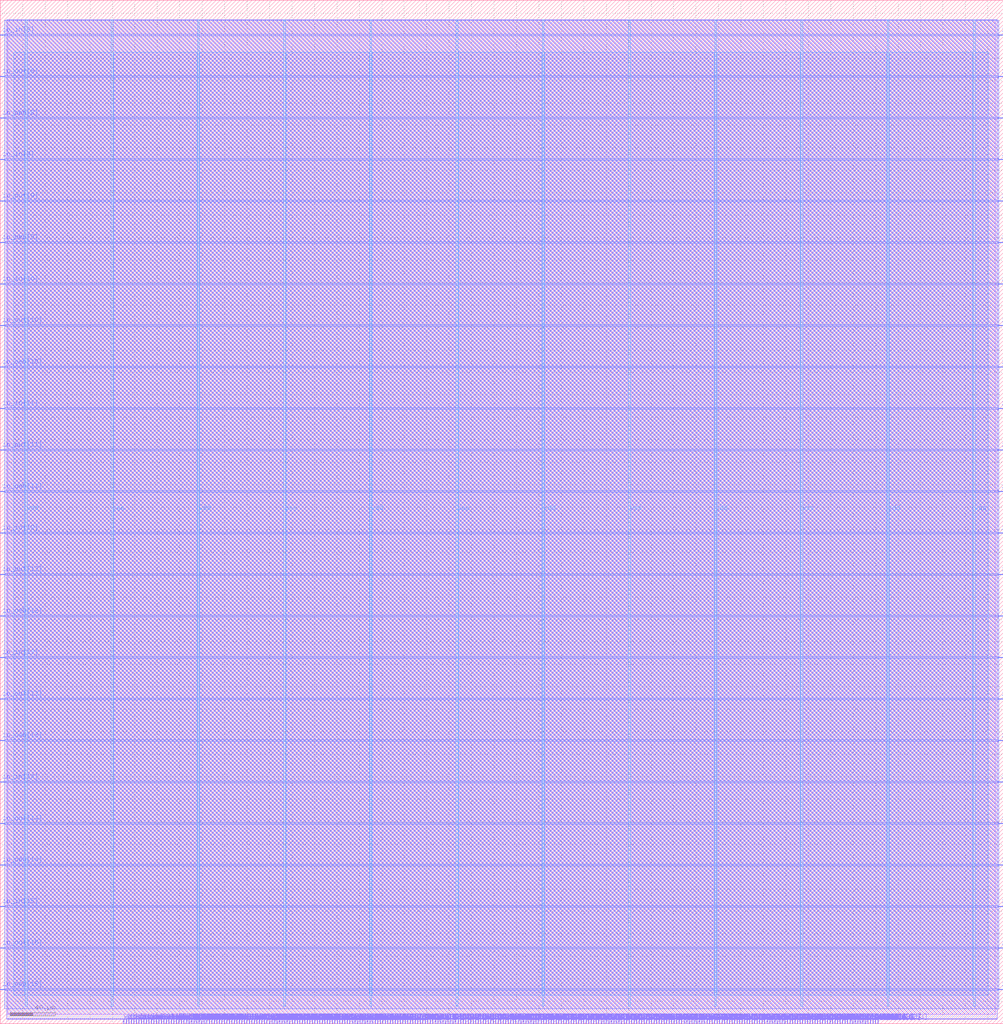
<source format=lef>
VERSION 5.7 ;
  NOWIREEXTENSIONATPIN ON ;
  DIVIDERCHAR "/" ;
  BUSBITCHARS "[]" ;
MACRO user_proj_example
  CLASS BLOCK ;
  FOREIGN user_proj_example ;
  ORIGIN 0.000 0.000 ;
  SIZE 893.710 BY 911.630 ;
  PIN io_in[0]
    DIRECTION INPUT ;
    USE SIGNAL ;
    ANTENNAGATEAREA 0.741000 ;
    ANTENNADIFFAREA 0.410400 ;
    PORT
      LAYER Metal3 ;
        RECT 889.710 30.240 893.710 30.800 ;
    END
  END io_in[0]
  PIN io_in[10]
    DIRECTION INPUT ;
    USE SIGNAL ;
    PORT
      LAYER Metal3 ;
        RECT 0.000 658.560 4.000 659.120 ;
    END
  END io_in[10]
  PIN io_in[11]
    DIRECTION INPUT ;
    USE SIGNAL ;
    PORT
      LAYER Metal3 ;
        RECT 0.000 547.680 4.000 548.240 ;
    END
  END io_in[11]
  PIN io_in[12]
    DIRECTION INPUT ;
    USE SIGNAL ;
    PORT
      LAYER Metal3 ;
        RECT 0.000 436.800 4.000 437.360 ;
    END
  END io_in[12]
  PIN io_in[13]
    DIRECTION INPUT ;
    USE SIGNAL ;
    PORT
      LAYER Metal3 ;
        RECT 0.000 325.920 4.000 326.480 ;
    END
  END io_in[13]
  PIN io_in[14]
    DIRECTION INPUT ;
    USE SIGNAL ;
    PORT
      LAYER Metal3 ;
        RECT 0.000 215.040 4.000 215.600 ;
    END
  END io_in[14]
  PIN io_in[15]
    DIRECTION INPUT ;
    USE SIGNAL ;
    PORT
      LAYER Metal3 ;
        RECT 0.000 104.160 4.000 104.720 ;
    END
  END io_in[15]
  PIN io_in[1]
    DIRECTION INPUT ;
    USE SIGNAL ;
    ANTENNAGATEAREA 0.726000 ;
    ANTENNADIFFAREA 0.410400 ;
    PORT
      LAYER Metal3 ;
        RECT 889.710 141.120 893.710 141.680 ;
    END
  END io_in[1]
  PIN io_in[2]
    DIRECTION INPUT ;
    USE SIGNAL ;
    ANTENNAGATEAREA 0.498500 ;
    ANTENNADIFFAREA 0.410400 ;
    PORT
      LAYER Metal3 ;
        RECT 889.710 252.000 893.710 252.560 ;
    END
  END io_in[2]
  PIN io_in[3]
    DIRECTION INPUT ;
    USE SIGNAL ;
    ANTENNAGATEAREA 1.102000 ;
    ANTENNADIFFAREA 0.410400 ;
    PORT
      LAYER Metal3 ;
        RECT 889.710 362.880 893.710 363.440 ;
    END
  END io_in[3]
  PIN io_in[4]
    DIRECTION INPUT ;
    USE SIGNAL ;
    PORT
      LAYER Metal3 ;
        RECT 889.710 473.760 893.710 474.320 ;
    END
  END io_in[4]
  PIN io_in[5]
    DIRECTION INPUT ;
    USE SIGNAL ;
    PORT
      LAYER Metal3 ;
        RECT 889.710 584.640 893.710 585.200 ;
    END
  END io_in[5]
  PIN io_in[6]
    DIRECTION INPUT ;
    USE SIGNAL ;
    PORT
      LAYER Metal3 ;
        RECT 889.710 695.520 893.710 696.080 ;
    END
  END io_in[6]
  PIN io_in[7]
    DIRECTION INPUT ;
    USE SIGNAL ;
    PORT
      LAYER Metal3 ;
        RECT 889.710 806.400 893.710 806.960 ;
    END
  END io_in[7]
  PIN io_in[8]
    DIRECTION INPUT ;
    USE SIGNAL ;
    PORT
      LAYER Metal3 ;
        RECT 0.000 880.320 4.000 880.880 ;
    END
  END io_in[8]
  PIN io_in[9]
    DIRECTION INPUT ;
    USE SIGNAL ;
    PORT
      LAYER Metal3 ;
        RECT 0.000 769.440 4.000 770.000 ;
    END
  END io_in[9]
  PIN io_oeb[0]
    DIRECTION OUTPUT TRISTATE ;
    USE SIGNAL ;
    ANTENNADIFFAREA 0.360800 ;
    PORT
      LAYER Metal3 ;
        RECT 889.710 104.160 893.710 104.720 ;
    END
  END io_oeb[0]
  PIN io_oeb[10]
    DIRECTION OUTPUT TRISTATE ;
    USE SIGNAL ;
    ANTENNADIFFAREA 0.360800 ;
    PORT
      LAYER Metal3 ;
        RECT 0.000 584.640 4.000 585.200 ;
    END
  END io_oeb[10]
  PIN io_oeb[11]
    DIRECTION OUTPUT TRISTATE ;
    USE SIGNAL ;
    ANTENNADIFFAREA 0.360800 ;
    PORT
      LAYER Metal3 ;
        RECT 0.000 473.760 4.000 474.320 ;
    END
  END io_oeb[11]
  PIN io_oeb[12]
    DIRECTION OUTPUT TRISTATE ;
    USE SIGNAL ;
    ANTENNADIFFAREA 0.360800 ;
    PORT
      LAYER Metal3 ;
        RECT 0.000 362.880 4.000 363.440 ;
    END
  END io_oeb[12]
  PIN io_oeb[13]
    DIRECTION OUTPUT TRISTATE ;
    USE SIGNAL ;
    ANTENNADIFFAREA 0.360800 ;
    PORT
      LAYER Metal3 ;
        RECT 0.000 252.000 4.000 252.560 ;
    END
  END io_oeb[13]
  PIN io_oeb[14]
    DIRECTION OUTPUT TRISTATE ;
    USE SIGNAL ;
    ANTENNADIFFAREA 0.360800 ;
    PORT
      LAYER Metal3 ;
        RECT 0.000 141.120 4.000 141.680 ;
    END
  END io_oeb[14]
  PIN io_oeb[15]
    DIRECTION OUTPUT TRISTATE ;
    USE SIGNAL ;
    ANTENNADIFFAREA 0.360800 ;
    PORT
      LAYER Metal3 ;
        RECT 0.000 30.240 4.000 30.800 ;
    END
  END io_oeb[15]
  PIN io_oeb[1]
    DIRECTION OUTPUT TRISTATE ;
    USE SIGNAL ;
    ANTENNADIFFAREA 0.360800 ;
    PORT
      LAYER Metal3 ;
        RECT 889.710 215.040 893.710 215.600 ;
    END
  END io_oeb[1]
  PIN io_oeb[2]
    DIRECTION OUTPUT TRISTATE ;
    USE SIGNAL ;
    ANTENNADIFFAREA 0.360800 ;
    PORT
      LAYER Metal3 ;
        RECT 889.710 325.920 893.710 326.480 ;
    END
  END io_oeb[2]
  PIN io_oeb[3]
    DIRECTION OUTPUT TRISTATE ;
    USE SIGNAL ;
    ANTENNADIFFAREA 0.360800 ;
    PORT
      LAYER Metal3 ;
        RECT 889.710 436.800 893.710 437.360 ;
    END
  END io_oeb[3]
  PIN io_oeb[4]
    DIRECTION OUTPUT TRISTATE ;
    USE SIGNAL ;
    ANTENNADIFFAREA 0.360800 ;
    PORT
      LAYER Metal3 ;
        RECT 889.710 547.680 893.710 548.240 ;
    END
  END io_oeb[4]
  PIN io_oeb[5]
    DIRECTION OUTPUT TRISTATE ;
    USE SIGNAL ;
    ANTENNADIFFAREA 0.360800 ;
    PORT
      LAYER Metal3 ;
        RECT 889.710 658.560 893.710 659.120 ;
    END
  END io_oeb[5]
  PIN io_oeb[6]
    DIRECTION OUTPUT TRISTATE ;
    USE SIGNAL ;
    ANTENNADIFFAREA 0.360800 ;
    PORT
      LAYER Metal3 ;
        RECT 889.710 769.440 893.710 770.000 ;
    END
  END io_oeb[6]
  PIN io_oeb[7]
    DIRECTION OUTPUT TRISTATE ;
    USE SIGNAL ;
    ANTENNADIFFAREA 0.360800 ;
    PORT
      LAYER Metal3 ;
        RECT 889.710 880.320 893.710 880.880 ;
    END
  END io_oeb[7]
  PIN io_oeb[8]
    DIRECTION OUTPUT TRISTATE ;
    USE SIGNAL ;
    ANTENNADIFFAREA 0.360800 ;
    PORT
      LAYER Metal3 ;
        RECT 0.000 806.400 4.000 806.960 ;
    END
  END io_oeb[8]
  PIN io_oeb[9]
    DIRECTION OUTPUT TRISTATE ;
    USE SIGNAL ;
    ANTENNADIFFAREA 0.360800 ;
    PORT
      LAYER Metal3 ;
        RECT 0.000 695.520 4.000 696.080 ;
    END
  END io_oeb[9]
  PIN io_out[0]
    DIRECTION OUTPUT TRISTATE ;
    USE SIGNAL ;
    ANTENNADIFFAREA 4.731200 ;
    PORT
      LAYER Metal3 ;
        RECT 889.710 67.200 893.710 67.760 ;
    END
  END io_out[0]
  PIN io_out[10]
    DIRECTION OUTPUT TRISTATE ;
    USE SIGNAL ;
    ANTENNADIFFAREA 0.360800 ;
    PORT
      LAYER Metal3 ;
        RECT 0.000 621.600 4.000 622.160 ;
    END
  END io_out[10]
  PIN io_out[11]
    DIRECTION OUTPUT TRISTATE ;
    USE SIGNAL ;
    ANTENNADIFFAREA 0.360800 ;
    PORT
      LAYER Metal3 ;
        RECT 0.000 510.720 4.000 511.280 ;
    END
  END io_out[11]
  PIN io_out[12]
    DIRECTION OUTPUT TRISTATE ;
    USE SIGNAL ;
    ANTENNADIFFAREA 0.360800 ;
    PORT
      LAYER Metal3 ;
        RECT 0.000 399.840 4.000 400.400 ;
    END
  END io_out[12]
  PIN io_out[13]
    DIRECTION OUTPUT TRISTATE ;
    USE SIGNAL ;
    ANTENNADIFFAREA 0.360800 ;
    PORT
      LAYER Metal3 ;
        RECT 0.000 288.960 4.000 289.520 ;
    END
  END io_out[13]
  PIN io_out[14]
    DIRECTION OUTPUT TRISTATE ;
    USE SIGNAL ;
    ANTENNADIFFAREA 0.360800 ;
    PORT
      LAYER Metal3 ;
        RECT 0.000 178.080 4.000 178.640 ;
    END
  END io_out[14]
  PIN io_out[15]
    DIRECTION OUTPUT TRISTATE ;
    USE SIGNAL ;
    ANTENNADIFFAREA 0.360800 ;
    PORT
      LAYER Metal3 ;
        RECT 0.000 67.200 4.000 67.760 ;
    END
  END io_out[15]
  PIN io_out[1]
    DIRECTION OUTPUT TRISTATE ;
    USE SIGNAL ;
    ANTENNADIFFAREA 0.360800 ;
    PORT
      LAYER Metal3 ;
        RECT 889.710 178.080 893.710 178.640 ;
    END
  END io_out[1]
  PIN io_out[2]
    DIRECTION OUTPUT TRISTATE ;
    USE SIGNAL ;
    ANTENNADIFFAREA 0.360800 ;
    PORT
      LAYER Metal3 ;
        RECT 889.710 288.960 893.710 289.520 ;
    END
  END io_out[2]
  PIN io_out[3]
    DIRECTION OUTPUT TRISTATE ;
    USE SIGNAL ;
    ANTENNADIFFAREA 0.360800 ;
    PORT
      LAYER Metal3 ;
        RECT 889.710 399.840 893.710 400.400 ;
    END
  END io_out[3]
  PIN io_out[4]
    DIRECTION OUTPUT TRISTATE ;
    USE SIGNAL ;
    ANTENNADIFFAREA 0.360800 ;
    PORT
      LAYER Metal3 ;
        RECT 889.710 510.720 893.710 511.280 ;
    END
  END io_out[4]
  PIN io_out[5]
    DIRECTION OUTPUT TRISTATE ;
    USE SIGNAL ;
    ANTENNADIFFAREA 0.360800 ;
    PORT
      LAYER Metal3 ;
        RECT 889.710 621.600 893.710 622.160 ;
    END
  END io_out[5]
  PIN io_out[6]
    DIRECTION OUTPUT TRISTATE ;
    USE SIGNAL ;
    ANTENNADIFFAREA 0.360800 ;
    PORT
      LAYER Metal3 ;
        RECT 889.710 732.480 893.710 733.040 ;
    END
  END io_out[6]
  PIN io_out[7]
    DIRECTION OUTPUT TRISTATE ;
    USE SIGNAL ;
    ANTENNADIFFAREA 0.360800 ;
    PORT
      LAYER Metal3 ;
        RECT 889.710 843.360 893.710 843.920 ;
    END
  END io_out[7]
  PIN io_out[8]
    DIRECTION OUTPUT TRISTATE ;
    USE SIGNAL ;
    ANTENNADIFFAREA 0.360800 ;
    PORT
      LAYER Metal3 ;
        RECT 0.000 843.360 4.000 843.920 ;
    END
  END io_out[8]
  PIN io_out[9]
    DIRECTION OUTPUT TRISTATE ;
    USE SIGNAL ;
    ANTENNADIFFAREA 0.360800 ;
    PORT
      LAYER Metal3 ;
        RECT 0.000 732.480 4.000 733.040 ;
    END
  END io_out[9]
  PIN irq[0]
    DIRECTION OUTPUT TRISTATE ;
    USE SIGNAL ;
    ANTENNADIFFAREA 0.360800 ;
    PORT
      LAYER Metal2 ;
        RECT 777.280 0.000 777.840 4.000 ;
    END
  END irq[0]
  PIN irq[1]
    DIRECTION OUTPUT TRISTATE ;
    USE SIGNAL ;
    ANTENNADIFFAREA 0.360800 ;
    PORT
      LAYER Metal2 ;
        RECT 779.520 0.000 780.080 4.000 ;
    END
  END irq[1]
  PIN irq[2]
    DIRECTION OUTPUT TRISTATE ;
    USE SIGNAL ;
    ANTENNADIFFAREA 0.360800 ;
    PORT
      LAYER Metal2 ;
        RECT 781.760 0.000 782.320 4.000 ;
    END
  END irq[2]
  PIN la_data_in[0]
    DIRECTION INPUT ;
    USE SIGNAL ;
    PORT
      LAYER Metal2 ;
        RECT 347.200 0.000 347.760 4.000 ;
    END
  END la_data_in[0]
  PIN la_data_in[10]
    DIRECTION INPUT ;
    USE SIGNAL ;
    PORT
      LAYER Metal2 ;
        RECT 414.400 0.000 414.960 4.000 ;
    END
  END la_data_in[10]
  PIN la_data_in[11]
    DIRECTION INPUT ;
    USE SIGNAL ;
    PORT
      LAYER Metal2 ;
        RECT 421.120 0.000 421.680 4.000 ;
    END
  END la_data_in[11]
  PIN la_data_in[12]
    DIRECTION INPUT ;
    USE SIGNAL ;
    PORT
      LAYER Metal2 ;
        RECT 427.840 0.000 428.400 4.000 ;
    END
  END la_data_in[12]
  PIN la_data_in[13]
    DIRECTION INPUT ;
    USE SIGNAL ;
    PORT
      LAYER Metal2 ;
        RECT 434.560 0.000 435.120 4.000 ;
    END
  END la_data_in[13]
  PIN la_data_in[14]
    DIRECTION INPUT ;
    USE SIGNAL ;
    PORT
      LAYER Metal2 ;
        RECT 441.280 0.000 441.840 4.000 ;
    END
  END la_data_in[14]
  PIN la_data_in[15]
    DIRECTION INPUT ;
    USE SIGNAL ;
    PORT
      LAYER Metal2 ;
        RECT 448.000 0.000 448.560 4.000 ;
    END
  END la_data_in[15]
  PIN la_data_in[16]
    DIRECTION INPUT ;
    USE SIGNAL ;
    PORT
      LAYER Metal2 ;
        RECT 454.720 0.000 455.280 4.000 ;
    END
  END la_data_in[16]
  PIN la_data_in[17]
    DIRECTION INPUT ;
    USE SIGNAL ;
    PORT
      LAYER Metal2 ;
        RECT 461.440 0.000 462.000 4.000 ;
    END
  END la_data_in[17]
  PIN la_data_in[18]
    DIRECTION INPUT ;
    USE SIGNAL ;
    PORT
      LAYER Metal2 ;
        RECT 468.160 0.000 468.720 4.000 ;
    END
  END la_data_in[18]
  PIN la_data_in[19]
    DIRECTION INPUT ;
    USE SIGNAL ;
    PORT
      LAYER Metal2 ;
        RECT 474.880 0.000 475.440 4.000 ;
    END
  END la_data_in[19]
  PIN la_data_in[1]
    DIRECTION INPUT ;
    USE SIGNAL ;
    PORT
      LAYER Metal2 ;
        RECT 353.920 0.000 354.480 4.000 ;
    END
  END la_data_in[1]
  PIN la_data_in[20]
    DIRECTION INPUT ;
    USE SIGNAL ;
    PORT
      LAYER Metal2 ;
        RECT 481.600 0.000 482.160 4.000 ;
    END
  END la_data_in[20]
  PIN la_data_in[21]
    DIRECTION INPUT ;
    USE SIGNAL ;
    PORT
      LAYER Metal2 ;
        RECT 488.320 0.000 488.880 4.000 ;
    END
  END la_data_in[21]
  PIN la_data_in[22]
    DIRECTION INPUT ;
    USE SIGNAL ;
    PORT
      LAYER Metal2 ;
        RECT 495.040 0.000 495.600 4.000 ;
    END
  END la_data_in[22]
  PIN la_data_in[23]
    DIRECTION INPUT ;
    USE SIGNAL ;
    PORT
      LAYER Metal2 ;
        RECT 501.760 0.000 502.320 4.000 ;
    END
  END la_data_in[23]
  PIN la_data_in[24]
    DIRECTION INPUT ;
    USE SIGNAL ;
    PORT
      LAYER Metal2 ;
        RECT 508.480 0.000 509.040 4.000 ;
    END
  END la_data_in[24]
  PIN la_data_in[25]
    DIRECTION INPUT ;
    USE SIGNAL ;
    PORT
      LAYER Metal2 ;
        RECT 515.200 0.000 515.760 4.000 ;
    END
  END la_data_in[25]
  PIN la_data_in[26]
    DIRECTION INPUT ;
    USE SIGNAL ;
    PORT
      LAYER Metal2 ;
        RECT 521.920 0.000 522.480 4.000 ;
    END
  END la_data_in[26]
  PIN la_data_in[27]
    DIRECTION INPUT ;
    USE SIGNAL ;
    PORT
      LAYER Metal2 ;
        RECT 528.640 0.000 529.200 4.000 ;
    END
  END la_data_in[27]
  PIN la_data_in[28]
    DIRECTION INPUT ;
    USE SIGNAL ;
    PORT
      LAYER Metal2 ;
        RECT 535.360 0.000 535.920 4.000 ;
    END
  END la_data_in[28]
  PIN la_data_in[29]
    DIRECTION INPUT ;
    USE SIGNAL ;
    PORT
      LAYER Metal2 ;
        RECT 542.080 0.000 542.640 4.000 ;
    END
  END la_data_in[29]
  PIN la_data_in[2]
    DIRECTION INPUT ;
    USE SIGNAL ;
    PORT
      LAYER Metal2 ;
        RECT 360.640 0.000 361.200 4.000 ;
    END
  END la_data_in[2]
  PIN la_data_in[30]
    DIRECTION INPUT ;
    USE SIGNAL ;
    PORT
      LAYER Metal2 ;
        RECT 548.800 0.000 549.360 4.000 ;
    END
  END la_data_in[30]
  PIN la_data_in[31]
    DIRECTION INPUT ;
    USE SIGNAL ;
    PORT
      LAYER Metal2 ;
        RECT 555.520 0.000 556.080 4.000 ;
    END
  END la_data_in[31]
  PIN la_data_in[32]
    DIRECTION INPUT ;
    USE SIGNAL ;
    PORT
      LAYER Metal2 ;
        RECT 562.240 0.000 562.800 4.000 ;
    END
  END la_data_in[32]
  PIN la_data_in[33]
    DIRECTION INPUT ;
    USE SIGNAL ;
    PORT
      LAYER Metal2 ;
        RECT 568.960 0.000 569.520 4.000 ;
    END
  END la_data_in[33]
  PIN la_data_in[34]
    DIRECTION INPUT ;
    USE SIGNAL ;
    PORT
      LAYER Metal2 ;
        RECT 575.680 0.000 576.240 4.000 ;
    END
  END la_data_in[34]
  PIN la_data_in[35]
    DIRECTION INPUT ;
    USE SIGNAL ;
    PORT
      LAYER Metal2 ;
        RECT 582.400 0.000 582.960 4.000 ;
    END
  END la_data_in[35]
  PIN la_data_in[36]
    DIRECTION INPUT ;
    USE SIGNAL ;
    PORT
      LAYER Metal2 ;
        RECT 589.120 0.000 589.680 4.000 ;
    END
  END la_data_in[36]
  PIN la_data_in[37]
    DIRECTION INPUT ;
    USE SIGNAL ;
    PORT
      LAYER Metal2 ;
        RECT 595.840 0.000 596.400 4.000 ;
    END
  END la_data_in[37]
  PIN la_data_in[38]
    DIRECTION INPUT ;
    USE SIGNAL ;
    PORT
      LAYER Metal2 ;
        RECT 602.560 0.000 603.120 4.000 ;
    END
  END la_data_in[38]
  PIN la_data_in[39]
    DIRECTION INPUT ;
    USE SIGNAL ;
    PORT
      LAYER Metal2 ;
        RECT 609.280 0.000 609.840 4.000 ;
    END
  END la_data_in[39]
  PIN la_data_in[3]
    DIRECTION INPUT ;
    USE SIGNAL ;
    PORT
      LAYER Metal2 ;
        RECT 367.360 0.000 367.920 4.000 ;
    END
  END la_data_in[3]
  PIN la_data_in[40]
    DIRECTION INPUT ;
    USE SIGNAL ;
    PORT
      LAYER Metal2 ;
        RECT 616.000 0.000 616.560 4.000 ;
    END
  END la_data_in[40]
  PIN la_data_in[41]
    DIRECTION INPUT ;
    USE SIGNAL ;
    PORT
      LAYER Metal2 ;
        RECT 622.720 0.000 623.280 4.000 ;
    END
  END la_data_in[41]
  PIN la_data_in[42]
    DIRECTION INPUT ;
    USE SIGNAL ;
    PORT
      LAYER Metal2 ;
        RECT 629.440 0.000 630.000 4.000 ;
    END
  END la_data_in[42]
  PIN la_data_in[43]
    DIRECTION INPUT ;
    USE SIGNAL ;
    PORT
      LAYER Metal2 ;
        RECT 636.160 0.000 636.720 4.000 ;
    END
  END la_data_in[43]
  PIN la_data_in[44]
    DIRECTION INPUT ;
    USE SIGNAL ;
    PORT
      LAYER Metal2 ;
        RECT 642.880 0.000 643.440 4.000 ;
    END
  END la_data_in[44]
  PIN la_data_in[45]
    DIRECTION INPUT ;
    USE SIGNAL ;
    PORT
      LAYER Metal2 ;
        RECT 649.600 0.000 650.160 4.000 ;
    END
  END la_data_in[45]
  PIN la_data_in[46]
    DIRECTION INPUT ;
    USE SIGNAL ;
    PORT
      LAYER Metal2 ;
        RECT 656.320 0.000 656.880 4.000 ;
    END
  END la_data_in[46]
  PIN la_data_in[47]
    DIRECTION INPUT ;
    USE SIGNAL ;
    PORT
      LAYER Metal2 ;
        RECT 663.040 0.000 663.600 4.000 ;
    END
  END la_data_in[47]
  PIN la_data_in[48]
    DIRECTION INPUT ;
    USE SIGNAL ;
    PORT
      LAYER Metal2 ;
        RECT 669.760 0.000 670.320 4.000 ;
    END
  END la_data_in[48]
  PIN la_data_in[49]
    DIRECTION INPUT ;
    USE SIGNAL ;
    PORT
      LAYER Metal2 ;
        RECT 676.480 0.000 677.040 4.000 ;
    END
  END la_data_in[49]
  PIN la_data_in[4]
    DIRECTION INPUT ;
    USE SIGNAL ;
    PORT
      LAYER Metal2 ;
        RECT 374.080 0.000 374.640 4.000 ;
    END
  END la_data_in[4]
  PIN la_data_in[50]
    DIRECTION INPUT ;
    USE SIGNAL ;
    PORT
      LAYER Metal2 ;
        RECT 683.200 0.000 683.760 4.000 ;
    END
  END la_data_in[50]
  PIN la_data_in[51]
    DIRECTION INPUT ;
    USE SIGNAL ;
    PORT
      LAYER Metal2 ;
        RECT 689.920 0.000 690.480 4.000 ;
    END
  END la_data_in[51]
  PIN la_data_in[52]
    DIRECTION INPUT ;
    USE SIGNAL ;
    PORT
      LAYER Metal2 ;
        RECT 696.640 0.000 697.200 4.000 ;
    END
  END la_data_in[52]
  PIN la_data_in[53]
    DIRECTION INPUT ;
    USE SIGNAL ;
    PORT
      LAYER Metal2 ;
        RECT 703.360 0.000 703.920 4.000 ;
    END
  END la_data_in[53]
  PIN la_data_in[54]
    DIRECTION INPUT ;
    USE SIGNAL ;
    PORT
      LAYER Metal2 ;
        RECT 710.080 0.000 710.640 4.000 ;
    END
  END la_data_in[54]
  PIN la_data_in[55]
    DIRECTION INPUT ;
    USE SIGNAL ;
    PORT
      LAYER Metal2 ;
        RECT 716.800 0.000 717.360 4.000 ;
    END
  END la_data_in[55]
  PIN la_data_in[56]
    DIRECTION INPUT ;
    USE SIGNAL ;
    PORT
      LAYER Metal2 ;
        RECT 723.520 0.000 724.080 4.000 ;
    END
  END la_data_in[56]
  PIN la_data_in[57]
    DIRECTION INPUT ;
    USE SIGNAL ;
    PORT
      LAYER Metal2 ;
        RECT 730.240 0.000 730.800 4.000 ;
    END
  END la_data_in[57]
  PIN la_data_in[58]
    DIRECTION INPUT ;
    USE SIGNAL ;
    PORT
      LAYER Metal2 ;
        RECT 736.960 0.000 737.520 4.000 ;
    END
  END la_data_in[58]
  PIN la_data_in[59]
    DIRECTION INPUT ;
    USE SIGNAL ;
    PORT
      LAYER Metal2 ;
        RECT 743.680 0.000 744.240 4.000 ;
    END
  END la_data_in[59]
  PIN la_data_in[5]
    DIRECTION INPUT ;
    USE SIGNAL ;
    PORT
      LAYER Metal2 ;
        RECT 380.800 0.000 381.360 4.000 ;
    END
  END la_data_in[5]
  PIN la_data_in[60]
    DIRECTION INPUT ;
    USE SIGNAL ;
    PORT
      LAYER Metal2 ;
        RECT 750.400 0.000 750.960 4.000 ;
    END
  END la_data_in[60]
  PIN la_data_in[61]
    DIRECTION INPUT ;
    USE SIGNAL ;
    PORT
      LAYER Metal2 ;
        RECT 757.120 0.000 757.680 4.000 ;
    END
  END la_data_in[61]
  PIN la_data_in[62]
    DIRECTION INPUT ;
    USE SIGNAL ;
    PORT
      LAYER Metal2 ;
        RECT 763.840 0.000 764.400 4.000 ;
    END
  END la_data_in[62]
  PIN la_data_in[63]
    DIRECTION INPUT ;
    USE SIGNAL ;
    PORT
      LAYER Metal2 ;
        RECT 770.560 0.000 771.120 4.000 ;
    END
  END la_data_in[63]
  PIN la_data_in[6]
    DIRECTION INPUT ;
    USE SIGNAL ;
    PORT
      LAYER Metal2 ;
        RECT 387.520 0.000 388.080 4.000 ;
    END
  END la_data_in[6]
  PIN la_data_in[7]
    DIRECTION INPUT ;
    USE SIGNAL ;
    PORT
      LAYER Metal2 ;
        RECT 394.240 0.000 394.800 4.000 ;
    END
  END la_data_in[7]
  PIN la_data_in[8]
    DIRECTION INPUT ;
    USE SIGNAL ;
    PORT
      LAYER Metal2 ;
        RECT 400.960 0.000 401.520 4.000 ;
    END
  END la_data_in[8]
  PIN la_data_in[9]
    DIRECTION INPUT ;
    USE SIGNAL ;
    PORT
      LAYER Metal2 ;
        RECT 407.680 0.000 408.240 4.000 ;
    END
  END la_data_in[9]
  PIN la_data_out[0]
    DIRECTION OUTPUT TRISTATE ;
    USE SIGNAL ;
    ANTENNADIFFAREA 4.731200 ;
    PORT
      LAYER Metal2 ;
        RECT 349.440 0.000 350.000 4.000 ;
    END
  END la_data_out[0]
  PIN la_data_out[10]
    DIRECTION OUTPUT TRISTATE ;
    USE SIGNAL ;
    ANTENNADIFFAREA 0.360800 ;
    PORT
      LAYER Metal2 ;
        RECT 416.640 0.000 417.200 4.000 ;
    END
  END la_data_out[10]
  PIN la_data_out[11]
    DIRECTION OUTPUT TRISTATE ;
    USE SIGNAL ;
    ANTENNADIFFAREA 0.360800 ;
    PORT
      LAYER Metal2 ;
        RECT 423.360 0.000 423.920 4.000 ;
    END
  END la_data_out[11]
  PIN la_data_out[12]
    DIRECTION OUTPUT TRISTATE ;
    USE SIGNAL ;
    ANTENNADIFFAREA 0.360800 ;
    PORT
      LAYER Metal2 ;
        RECT 430.080 0.000 430.640 4.000 ;
    END
  END la_data_out[12]
  PIN la_data_out[13]
    DIRECTION OUTPUT TRISTATE ;
    USE SIGNAL ;
    ANTENNADIFFAREA 0.360800 ;
    PORT
      LAYER Metal2 ;
        RECT 436.800 0.000 437.360 4.000 ;
    END
  END la_data_out[13]
  PIN la_data_out[14]
    DIRECTION OUTPUT TRISTATE ;
    USE SIGNAL ;
    ANTENNADIFFAREA 0.360800 ;
    PORT
      LAYER Metal2 ;
        RECT 443.520 0.000 444.080 4.000 ;
    END
  END la_data_out[14]
  PIN la_data_out[15]
    DIRECTION OUTPUT TRISTATE ;
    USE SIGNAL ;
    ANTENNADIFFAREA 0.360800 ;
    PORT
      LAYER Metal2 ;
        RECT 450.240 0.000 450.800 4.000 ;
    END
  END la_data_out[15]
  PIN la_data_out[16]
    DIRECTION OUTPUT TRISTATE ;
    USE SIGNAL ;
    ANTENNADIFFAREA 0.360800 ;
    PORT
      LAYER Metal2 ;
        RECT 456.960 0.000 457.520 4.000 ;
    END
  END la_data_out[16]
  PIN la_data_out[17]
    DIRECTION OUTPUT TRISTATE ;
    USE SIGNAL ;
    ANTENNADIFFAREA 0.360800 ;
    PORT
      LAYER Metal2 ;
        RECT 463.680 0.000 464.240 4.000 ;
    END
  END la_data_out[17]
  PIN la_data_out[18]
    DIRECTION OUTPUT TRISTATE ;
    USE SIGNAL ;
    ANTENNADIFFAREA 0.360800 ;
    PORT
      LAYER Metal2 ;
        RECT 470.400 0.000 470.960 4.000 ;
    END
  END la_data_out[18]
  PIN la_data_out[19]
    DIRECTION OUTPUT TRISTATE ;
    USE SIGNAL ;
    ANTENNADIFFAREA 0.360800 ;
    PORT
      LAYER Metal2 ;
        RECT 477.120 0.000 477.680 4.000 ;
    END
  END la_data_out[19]
  PIN la_data_out[1]
    DIRECTION OUTPUT TRISTATE ;
    USE SIGNAL ;
    ANTENNADIFFAREA 0.360800 ;
    PORT
      LAYER Metal2 ;
        RECT 356.160 0.000 356.720 4.000 ;
    END
  END la_data_out[1]
  PIN la_data_out[20]
    DIRECTION OUTPUT TRISTATE ;
    USE SIGNAL ;
    ANTENNADIFFAREA 0.360800 ;
    PORT
      LAYER Metal2 ;
        RECT 483.840 0.000 484.400 4.000 ;
    END
  END la_data_out[20]
  PIN la_data_out[21]
    DIRECTION OUTPUT TRISTATE ;
    USE SIGNAL ;
    ANTENNADIFFAREA 0.360800 ;
    PORT
      LAYER Metal2 ;
        RECT 490.560 0.000 491.120 4.000 ;
    END
  END la_data_out[21]
  PIN la_data_out[22]
    DIRECTION OUTPUT TRISTATE ;
    USE SIGNAL ;
    ANTENNADIFFAREA 0.360800 ;
    PORT
      LAYER Metal2 ;
        RECT 497.280 0.000 497.840 4.000 ;
    END
  END la_data_out[22]
  PIN la_data_out[23]
    DIRECTION OUTPUT TRISTATE ;
    USE SIGNAL ;
    ANTENNADIFFAREA 0.360800 ;
    PORT
      LAYER Metal2 ;
        RECT 504.000 0.000 504.560 4.000 ;
    END
  END la_data_out[23]
  PIN la_data_out[24]
    DIRECTION OUTPUT TRISTATE ;
    USE SIGNAL ;
    ANTENNADIFFAREA 0.360800 ;
    PORT
      LAYER Metal2 ;
        RECT 510.720 0.000 511.280 4.000 ;
    END
  END la_data_out[24]
  PIN la_data_out[25]
    DIRECTION OUTPUT TRISTATE ;
    USE SIGNAL ;
    ANTENNADIFFAREA 0.360800 ;
    PORT
      LAYER Metal2 ;
        RECT 517.440 0.000 518.000 4.000 ;
    END
  END la_data_out[25]
  PIN la_data_out[26]
    DIRECTION OUTPUT TRISTATE ;
    USE SIGNAL ;
    ANTENNADIFFAREA 0.360800 ;
    PORT
      LAYER Metal2 ;
        RECT 524.160 0.000 524.720 4.000 ;
    END
  END la_data_out[26]
  PIN la_data_out[27]
    DIRECTION OUTPUT TRISTATE ;
    USE SIGNAL ;
    ANTENNADIFFAREA 0.360800 ;
    PORT
      LAYER Metal2 ;
        RECT 530.880 0.000 531.440 4.000 ;
    END
  END la_data_out[27]
  PIN la_data_out[28]
    DIRECTION OUTPUT TRISTATE ;
    USE SIGNAL ;
    ANTENNADIFFAREA 0.360800 ;
    PORT
      LAYER Metal2 ;
        RECT 537.600 0.000 538.160 4.000 ;
    END
  END la_data_out[28]
  PIN la_data_out[29]
    DIRECTION OUTPUT TRISTATE ;
    USE SIGNAL ;
    ANTENNADIFFAREA 0.360800 ;
    PORT
      LAYER Metal2 ;
        RECT 544.320 0.000 544.880 4.000 ;
    END
  END la_data_out[29]
  PIN la_data_out[2]
    DIRECTION OUTPUT TRISTATE ;
    USE SIGNAL ;
    ANTENNADIFFAREA 0.360800 ;
    PORT
      LAYER Metal2 ;
        RECT 362.880 0.000 363.440 4.000 ;
    END
  END la_data_out[2]
  PIN la_data_out[30]
    DIRECTION OUTPUT TRISTATE ;
    USE SIGNAL ;
    ANTENNADIFFAREA 0.360800 ;
    PORT
      LAYER Metal2 ;
        RECT 551.040 0.000 551.600 4.000 ;
    END
  END la_data_out[30]
  PIN la_data_out[31]
    DIRECTION OUTPUT TRISTATE ;
    USE SIGNAL ;
    ANTENNADIFFAREA 0.360800 ;
    PORT
      LAYER Metal2 ;
        RECT 557.760 0.000 558.320 4.000 ;
    END
  END la_data_out[31]
  PIN la_data_out[32]
    DIRECTION OUTPUT TRISTATE ;
    USE SIGNAL ;
    ANTENNADIFFAREA 0.360800 ;
    PORT
      LAYER Metal2 ;
        RECT 564.480 0.000 565.040 4.000 ;
    END
  END la_data_out[32]
  PIN la_data_out[33]
    DIRECTION OUTPUT TRISTATE ;
    USE SIGNAL ;
    ANTENNADIFFAREA 0.360800 ;
    PORT
      LAYER Metal2 ;
        RECT 571.200 0.000 571.760 4.000 ;
    END
  END la_data_out[33]
  PIN la_data_out[34]
    DIRECTION OUTPUT TRISTATE ;
    USE SIGNAL ;
    ANTENNADIFFAREA 0.360800 ;
    PORT
      LAYER Metal2 ;
        RECT 577.920 0.000 578.480 4.000 ;
    END
  END la_data_out[34]
  PIN la_data_out[35]
    DIRECTION OUTPUT TRISTATE ;
    USE SIGNAL ;
    ANTENNADIFFAREA 0.360800 ;
    PORT
      LAYER Metal2 ;
        RECT 584.640 0.000 585.200 4.000 ;
    END
  END la_data_out[35]
  PIN la_data_out[36]
    DIRECTION OUTPUT TRISTATE ;
    USE SIGNAL ;
    ANTENNADIFFAREA 0.360800 ;
    PORT
      LAYER Metal2 ;
        RECT 591.360 0.000 591.920 4.000 ;
    END
  END la_data_out[36]
  PIN la_data_out[37]
    DIRECTION OUTPUT TRISTATE ;
    USE SIGNAL ;
    ANTENNADIFFAREA 0.360800 ;
    PORT
      LAYER Metal2 ;
        RECT 598.080 0.000 598.640 4.000 ;
    END
  END la_data_out[37]
  PIN la_data_out[38]
    DIRECTION OUTPUT TRISTATE ;
    USE SIGNAL ;
    ANTENNADIFFAREA 0.360800 ;
    PORT
      LAYER Metal2 ;
        RECT 604.800 0.000 605.360 4.000 ;
    END
  END la_data_out[38]
  PIN la_data_out[39]
    DIRECTION OUTPUT TRISTATE ;
    USE SIGNAL ;
    ANTENNADIFFAREA 0.360800 ;
    PORT
      LAYER Metal2 ;
        RECT 611.520 0.000 612.080 4.000 ;
    END
  END la_data_out[39]
  PIN la_data_out[3]
    DIRECTION OUTPUT TRISTATE ;
    USE SIGNAL ;
    ANTENNADIFFAREA 0.360800 ;
    PORT
      LAYER Metal2 ;
        RECT 369.600 0.000 370.160 4.000 ;
    END
  END la_data_out[3]
  PIN la_data_out[40]
    DIRECTION OUTPUT TRISTATE ;
    USE SIGNAL ;
    ANTENNADIFFAREA 0.360800 ;
    PORT
      LAYER Metal2 ;
        RECT 618.240 0.000 618.800 4.000 ;
    END
  END la_data_out[40]
  PIN la_data_out[41]
    DIRECTION OUTPUT TRISTATE ;
    USE SIGNAL ;
    ANTENNADIFFAREA 0.360800 ;
    PORT
      LAYER Metal2 ;
        RECT 624.960 0.000 625.520 4.000 ;
    END
  END la_data_out[41]
  PIN la_data_out[42]
    DIRECTION OUTPUT TRISTATE ;
    USE SIGNAL ;
    ANTENNADIFFAREA 0.360800 ;
    PORT
      LAYER Metal2 ;
        RECT 631.680 0.000 632.240 4.000 ;
    END
  END la_data_out[42]
  PIN la_data_out[43]
    DIRECTION OUTPUT TRISTATE ;
    USE SIGNAL ;
    ANTENNADIFFAREA 0.360800 ;
    PORT
      LAYER Metal2 ;
        RECT 638.400 0.000 638.960 4.000 ;
    END
  END la_data_out[43]
  PIN la_data_out[44]
    DIRECTION OUTPUT TRISTATE ;
    USE SIGNAL ;
    ANTENNADIFFAREA 0.360800 ;
    PORT
      LAYER Metal2 ;
        RECT 645.120 0.000 645.680 4.000 ;
    END
  END la_data_out[44]
  PIN la_data_out[45]
    DIRECTION OUTPUT TRISTATE ;
    USE SIGNAL ;
    ANTENNADIFFAREA 0.360800 ;
    PORT
      LAYER Metal2 ;
        RECT 651.840 0.000 652.400 4.000 ;
    END
  END la_data_out[45]
  PIN la_data_out[46]
    DIRECTION OUTPUT TRISTATE ;
    USE SIGNAL ;
    ANTENNADIFFAREA 0.360800 ;
    PORT
      LAYER Metal2 ;
        RECT 658.560 0.000 659.120 4.000 ;
    END
  END la_data_out[46]
  PIN la_data_out[47]
    DIRECTION OUTPUT TRISTATE ;
    USE SIGNAL ;
    ANTENNADIFFAREA 0.360800 ;
    PORT
      LAYER Metal2 ;
        RECT 665.280 0.000 665.840 4.000 ;
    END
  END la_data_out[47]
  PIN la_data_out[48]
    DIRECTION OUTPUT TRISTATE ;
    USE SIGNAL ;
    ANTENNADIFFAREA 0.360800 ;
    PORT
      LAYER Metal2 ;
        RECT 672.000 0.000 672.560 4.000 ;
    END
  END la_data_out[48]
  PIN la_data_out[49]
    DIRECTION OUTPUT TRISTATE ;
    USE SIGNAL ;
    ANTENNADIFFAREA 0.360800 ;
    PORT
      LAYER Metal2 ;
        RECT 678.720 0.000 679.280 4.000 ;
    END
  END la_data_out[49]
  PIN la_data_out[4]
    DIRECTION OUTPUT TRISTATE ;
    USE SIGNAL ;
    ANTENNADIFFAREA 0.360800 ;
    PORT
      LAYER Metal2 ;
        RECT 376.320 0.000 376.880 4.000 ;
    END
  END la_data_out[4]
  PIN la_data_out[50]
    DIRECTION OUTPUT TRISTATE ;
    USE SIGNAL ;
    ANTENNADIFFAREA 0.360800 ;
    PORT
      LAYER Metal2 ;
        RECT 685.440 0.000 686.000 4.000 ;
    END
  END la_data_out[50]
  PIN la_data_out[51]
    DIRECTION OUTPUT TRISTATE ;
    USE SIGNAL ;
    ANTENNADIFFAREA 0.360800 ;
    PORT
      LAYER Metal2 ;
        RECT 692.160 0.000 692.720 4.000 ;
    END
  END la_data_out[51]
  PIN la_data_out[52]
    DIRECTION OUTPUT TRISTATE ;
    USE SIGNAL ;
    ANTENNADIFFAREA 0.360800 ;
    PORT
      LAYER Metal2 ;
        RECT 698.880 0.000 699.440 4.000 ;
    END
  END la_data_out[52]
  PIN la_data_out[53]
    DIRECTION OUTPUT TRISTATE ;
    USE SIGNAL ;
    ANTENNADIFFAREA 0.360800 ;
    PORT
      LAYER Metal2 ;
        RECT 705.600 0.000 706.160 4.000 ;
    END
  END la_data_out[53]
  PIN la_data_out[54]
    DIRECTION OUTPUT TRISTATE ;
    USE SIGNAL ;
    ANTENNADIFFAREA 0.360800 ;
    PORT
      LAYER Metal2 ;
        RECT 712.320 0.000 712.880 4.000 ;
    END
  END la_data_out[54]
  PIN la_data_out[55]
    DIRECTION OUTPUT TRISTATE ;
    USE SIGNAL ;
    ANTENNADIFFAREA 0.360800 ;
    PORT
      LAYER Metal2 ;
        RECT 719.040 0.000 719.600 4.000 ;
    END
  END la_data_out[55]
  PIN la_data_out[56]
    DIRECTION OUTPUT TRISTATE ;
    USE SIGNAL ;
    ANTENNADIFFAREA 0.360800 ;
    PORT
      LAYER Metal2 ;
        RECT 725.760 0.000 726.320 4.000 ;
    END
  END la_data_out[56]
  PIN la_data_out[57]
    DIRECTION OUTPUT TRISTATE ;
    USE SIGNAL ;
    ANTENNADIFFAREA 0.360800 ;
    PORT
      LAYER Metal2 ;
        RECT 732.480 0.000 733.040 4.000 ;
    END
  END la_data_out[57]
  PIN la_data_out[58]
    DIRECTION OUTPUT TRISTATE ;
    USE SIGNAL ;
    ANTENNADIFFAREA 0.360800 ;
    PORT
      LAYER Metal2 ;
        RECT 739.200 0.000 739.760 4.000 ;
    END
  END la_data_out[58]
  PIN la_data_out[59]
    DIRECTION OUTPUT TRISTATE ;
    USE SIGNAL ;
    ANTENNADIFFAREA 0.360800 ;
    PORT
      LAYER Metal2 ;
        RECT 745.920 0.000 746.480 4.000 ;
    END
  END la_data_out[59]
  PIN la_data_out[5]
    DIRECTION OUTPUT TRISTATE ;
    USE SIGNAL ;
    ANTENNADIFFAREA 0.360800 ;
    PORT
      LAYER Metal2 ;
        RECT 383.040 0.000 383.600 4.000 ;
    END
  END la_data_out[5]
  PIN la_data_out[60]
    DIRECTION OUTPUT TRISTATE ;
    USE SIGNAL ;
    ANTENNADIFFAREA 0.360800 ;
    PORT
      LAYER Metal2 ;
        RECT 752.640 0.000 753.200 4.000 ;
    END
  END la_data_out[60]
  PIN la_data_out[61]
    DIRECTION OUTPUT TRISTATE ;
    USE SIGNAL ;
    ANTENNADIFFAREA 0.360800 ;
    PORT
      LAYER Metal2 ;
        RECT 759.360 0.000 759.920 4.000 ;
    END
  END la_data_out[61]
  PIN la_data_out[62]
    DIRECTION OUTPUT TRISTATE ;
    USE SIGNAL ;
    ANTENNADIFFAREA 0.360800 ;
    PORT
      LAYER Metal2 ;
        RECT 766.080 0.000 766.640 4.000 ;
    END
  END la_data_out[62]
  PIN la_data_out[63]
    DIRECTION OUTPUT TRISTATE ;
    USE SIGNAL ;
    ANTENNADIFFAREA 0.360800 ;
    PORT
      LAYER Metal2 ;
        RECT 772.800 0.000 773.360 4.000 ;
    END
  END la_data_out[63]
  PIN la_data_out[6]
    DIRECTION OUTPUT TRISTATE ;
    USE SIGNAL ;
    ANTENNADIFFAREA 0.360800 ;
    PORT
      LAYER Metal2 ;
        RECT 389.760 0.000 390.320 4.000 ;
    END
  END la_data_out[6]
  PIN la_data_out[7]
    DIRECTION OUTPUT TRISTATE ;
    USE SIGNAL ;
    ANTENNADIFFAREA 0.360800 ;
    PORT
      LAYER Metal2 ;
        RECT 396.480 0.000 397.040 4.000 ;
    END
  END la_data_out[7]
  PIN la_data_out[8]
    DIRECTION OUTPUT TRISTATE ;
    USE SIGNAL ;
    ANTENNADIFFAREA 0.360800 ;
    PORT
      LAYER Metal2 ;
        RECT 403.200 0.000 403.760 4.000 ;
    END
  END la_data_out[8]
  PIN la_data_out[9]
    DIRECTION OUTPUT TRISTATE ;
    USE SIGNAL ;
    ANTENNADIFFAREA 0.360800 ;
    PORT
      LAYER Metal2 ;
        RECT 409.920 0.000 410.480 4.000 ;
    END
  END la_data_out[9]
  PIN la_oenb[0]
    DIRECTION INPUT ;
    USE SIGNAL ;
    PORT
      LAYER Metal2 ;
        RECT 351.680 0.000 352.240 4.000 ;
    END
  END la_oenb[0]
  PIN la_oenb[10]
    DIRECTION INPUT ;
    USE SIGNAL ;
    PORT
      LAYER Metal2 ;
        RECT 418.880 0.000 419.440 4.000 ;
    END
  END la_oenb[10]
  PIN la_oenb[11]
    DIRECTION INPUT ;
    USE SIGNAL ;
    PORT
      LAYER Metal2 ;
        RECT 425.600 0.000 426.160 4.000 ;
    END
  END la_oenb[11]
  PIN la_oenb[12]
    DIRECTION INPUT ;
    USE SIGNAL ;
    PORT
      LAYER Metal2 ;
        RECT 432.320 0.000 432.880 4.000 ;
    END
  END la_oenb[12]
  PIN la_oenb[13]
    DIRECTION INPUT ;
    USE SIGNAL ;
    PORT
      LAYER Metal2 ;
        RECT 439.040 0.000 439.600 4.000 ;
    END
  END la_oenb[13]
  PIN la_oenb[14]
    DIRECTION INPUT ;
    USE SIGNAL ;
    PORT
      LAYER Metal2 ;
        RECT 445.760 0.000 446.320 4.000 ;
    END
  END la_oenb[14]
  PIN la_oenb[15]
    DIRECTION INPUT ;
    USE SIGNAL ;
    PORT
      LAYER Metal2 ;
        RECT 452.480 0.000 453.040 4.000 ;
    END
  END la_oenb[15]
  PIN la_oenb[16]
    DIRECTION INPUT ;
    USE SIGNAL ;
    PORT
      LAYER Metal2 ;
        RECT 459.200 0.000 459.760 4.000 ;
    END
  END la_oenb[16]
  PIN la_oenb[17]
    DIRECTION INPUT ;
    USE SIGNAL ;
    PORT
      LAYER Metal2 ;
        RECT 465.920 0.000 466.480 4.000 ;
    END
  END la_oenb[17]
  PIN la_oenb[18]
    DIRECTION INPUT ;
    USE SIGNAL ;
    PORT
      LAYER Metal2 ;
        RECT 472.640 0.000 473.200 4.000 ;
    END
  END la_oenb[18]
  PIN la_oenb[19]
    DIRECTION INPUT ;
    USE SIGNAL ;
    PORT
      LAYER Metal2 ;
        RECT 479.360 0.000 479.920 4.000 ;
    END
  END la_oenb[19]
  PIN la_oenb[1]
    DIRECTION INPUT ;
    USE SIGNAL ;
    PORT
      LAYER Metal2 ;
        RECT 358.400 0.000 358.960 4.000 ;
    END
  END la_oenb[1]
  PIN la_oenb[20]
    DIRECTION INPUT ;
    USE SIGNAL ;
    PORT
      LAYER Metal2 ;
        RECT 486.080 0.000 486.640 4.000 ;
    END
  END la_oenb[20]
  PIN la_oenb[21]
    DIRECTION INPUT ;
    USE SIGNAL ;
    PORT
      LAYER Metal2 ;
        RECT 492.800 0.000 493.360 4.000 ;
    END
  END la_oenb[21]
  PIN la_oenb[22]
    DIRECTION INPUT ;
    USE SIGNAL ;
    PORT
      LAYER Metal2 ;
        RECT 499.520 0.000 500.080 4.000 ;
    END
  END la_oenb[22]
  PIN la_oenb[23]
    DIRECTION INPUT ;
    USE SIGNAL ;
    PORT
      LAYER Metal2 ;
        RECT 506.240 0.000 506.800 4.000 ;
    END
  END la_oenb[23]
  PIN la_oenb[24]
    DIRECTION INPUT ;
    USE SIGNAL ;
    PORT
      LAYER Metal2 ;
        RECT 512.960 0.000 513.520 4.000 ;
    END
  END la_oenb[24]
  PIN la_oenb[25]
    DIRECTION INPUT ;
    USE SIGNAL ;
    PORT
      LAYER Metal2 ;
        RECT 519.680 0.000 520.240 4.000 ;
    END
  END la_oenb[25]
  PIN la_oenb[26]
    DIRECTION INPUT ;
    USE SIGNAL ;
    PORT
      LAYER Metal2 ;
        RECT 526.400 0.000 526.960 4.000 ;
    END
  END la_oenb[26]
  PIN la_oenb[27]
    DIRECTION INPUT ;
    USE SIGNAL ;
    PORT
      LAYER Metal2 ;
        RECT 533.120 0.000 533.680 4.000 ;
    END
  END la_oenb[27]
  PIN la_oenb[28]
    DIRECTION INPUT ;
    USE SIGNAL ;
    PORT
      LAYER Metal2 ;
        RECT 539.840 0.000 540.400 4.000 ;
    END
  END la_oenb[28]
  PIN la_oenb[29]
    DIRECTION INPUT ;
    USE SIGNAL ;
    PORT
      LAYER Metal2 ;
        RECT 546.560 0.000 547.120 4.000 ;
    END
  END la_oenb[29]
  PIN la_oenb[2]
    DIRECTION INPUT ;
    USE SIGNAL ;
    PORT
      LAYER Metal2 ;
        RECT 365.120 0.000 365.680 4.000 ;
    END
  END la_oenb[2]
  PIN la_oenb[30]
    DIRECTION INPUT ;
    USE SIGNAL ;
    PORT
      LAYER Metal2 ;
        RECT 553.280 0.000 553.840 4.000 ;
    END
  END la_oenb[30]
  PIN la_oenb[31]
    DIRECTION INPUT ;
    USE SIGNAL ;
    PORT
      LAYER Metal2 ;
        RECT 560.000 0.000 560.560 4.000 ;
    END
  END la_oenb[31]
  PIN la_oenb[32]
    DIRECTION INPUT ;
    USE SIGNAL ;
    PORT
      LAYER Metal2 ;
        RECT 566.720 0.000 567.280 4.000 ;
    END
  END la_oenb[32]
  PIN la_oenb[33]
    DIRECTION INPUT ;
    USE SIGNAL ;
    PORT
      LAYER Metal2 ;
        RECT 573.440 0.000 574.000 4.000 ;
    END
  END la_oenb[33]
  PIN la_oenb[34]
    DIRECTION INPUT ;
    USE SIGNAL ;
    PORT
      LAYER Metal2 ;
        RECT 580.160 0.000 580.720 4.000 ;
    END
  END la_oenb[34]
  PIN la_oenb[35]
    DIRECTION INPUT ;
    USE SIGNAL ;
    PORT
      LAYER Metal2 ;
        RECT 586.880 0.000 587.440 4.000 ;
    END
  END la_oenb[35]
  PIN la_oenb[36]
    DIRECTION INPUT ;
    USE SIGNAL ;
    PORT
      LAYER Metal2 ;
        RECT 593.600 0.000 594.160 4.000 ;
    END
  END la_oenb[36]
  PIN la_oenb[37]
    DIRECTION INPUT ;
    USE SIGNAL ;
    PORT
      LAYER Metal2 ;
        RECT 600.320 0.000 600.880 4.000 ;
    END
  END la_oenb[37]
  PIN la_oenb[38]
    DIRECTION INPUT ;
    USE SIGNAL ;
    PORT
      LAYER Metal2 ;
        RECT 607.040 0.000 607.600 4.000 ;
    END
  END la_oenb[38]
  PIN la_oenb[39]
    DIRECTION INPUT ;
    USE SIGNAL ;
    PORT
      LAYER Metal2 ;
        RECT 613.760 0.000 614.320 4.000 ;
    END
  END la_oenb[39]
  PIN la_oenb[3]
    DIRECTION INPUT ;
    USE SIGNAL ;
    PORT
      LAYER Metal2 ;
        RECT 371.840 0.000 372.400 4.000 ;
    END
  END la_oenb[3]
  PIN la_oenb[40]
    DIRECTION INPUT ;
    USE SIGNAL ;
    PORT
      LAYER Metal2 ;
        RECT 620.480 0.000 621.040 4.000 ;
    END
  END la_oenb[40]
  PIN la_oenb[41]
    DIRECTION INPUT ;
    USE SIGNAL ;
    PORT
      LAYER Metal2 ;
        RECT 627.200 0.000 627.760 4.000 ;
    END
  END la_oenb[41]
  PIN la_oenb[42]
    DIRECTION INPUT ;
    USE SIGNAL ;
    PORT
      LAYER Metal2 ;
        RECT 633.920 0.000 634.480 4.000 ;
    END
  END la_oenb[42]
  PIN la_oenb[43]
    DIRECTION INPUT ;
    USE SIGNAL ;
    PORT
      LAYER Metal2 ;
        RECT 640.640 0.000 641.200 4.000 ;
    END
  END la_oenb[43]
  PIN la_oenb[44]
    DIRECTION INPUT ;
    USE SIGNAL ;
    PORT
      LAYER Metal2 ;
        RECT 647.360 0.000 647.920 4.000 ;
    END
  END la_oenb[44]
  PIN la_oenb[45]
    DIRECTION INPUT ;
    USE SIGNAL ;
    PORT
      LAYER Metal2 ;
        RECT 654.080 0.000 654.640 4.000 ;
    END
  END la_oenb[45]
  PIN la_oenb[46]
    DIRECTION INPUT ;
    USE SIGNAL ;
    PORT
      LAYER Metal2 ;
        RECT 660.800 0.000 661.360 4.000 ;
    END
  END la_oenb[46]
  PIN la_oenb[47]
    DIRECTION INPUT ;
    USE SIGNAL ;
    PORT
      LAYER Metal2 ;
        RECT 667.520 0.000 668.080 4.000 ;
    END
  END la_oenb[47]
  PIN la_oenb[48]
    DIRECTION INPUT ;
    USE SIGNAL ;
    PORT
      LAYER Metal2 ;
        RECT 674.240 0.000 674.800 4.000 ;
    END
  END la_oenb[48]
  PIN la_oenb[49]
    DIRECTION INPUT ;
    USE SIGNAL ;
    PORT
      LAYER Metal2 ;
        RECT 680.960 0.000 681.520 4.000 ;
    END
  END la_oenb[49]
  PIN la_oenb[4]
    DIRECTION INPUT ;
    USE SIGNAL ;
    PORT
      LAYER Metal2 ;
        RECT 378.560 0.000 379.120 4.000 ;
    END
  END la_oenb[4]
  PIN la_oenb[50]
    DIRECTION INPUT ;
    USE SIGNAL ;
    PORT
      LAYER Metal2 ;
        RECT 687.680 0.000 688.240 4.000 ;
    END
  END la_oenb[50]
  PIN la_oenb[51]
    DIRECTION INPUT ;
    USE SIGNAL ;
    PORT
      LAYER Metal2 ;
        RECT 694.400 0.000 694.960 4.000 ;
    END
  END la_oenb[51]
  PIN la_oenb[52]
    DIRECTION INPUT ;
    USE SIGNAL ;
    PORT
      LAYER Metal2 ;
        RECT 701.120 0.000 701.680 4.000 ;
    END
  END la_oenb[52]
  PIN la_oenb[53]
    DIRECTION INPUT ;
    USE SIGNAL ;
    PORT
      LAYER Metal2 ;
        RECT 707.840 0.000 708.400 4.000 ;
    END
  END la_oenb[53]
  PIN la_oenb[54]
    DIRECTION INPUT ;
    USE SIGNAL ;
    PORT
      LAYER Metal2 ;
        RECT 714.560 0.000 715.120 4.000 ;
    END
  END la_oenb[54]
  PIN la_oenb[55]
    DIRECTION INPUT ;
    USE SIGNAL ;
    PORT
      LAYER Metal2 ;
        RECT 721.280 0.000 721.840 4.000 ;
    END
  END la_oenb[55]
  PIN la_oenb[56]
    DIRECTION INPUT ;
    USE SIGNAL ;
    PORT
      LAYER Metal2 ;
        RECT 728.000 0.000 728.560 4.000 ;
    END
  END la_oenb[56]
  PIN la_oenb[57]
    DIRECTION INPUT ;
    USE SIGNAL ;
    PORT
      LAYER Metal2 ;
        RECT 734.720 0.000 735.280 4.000 ;
    END
  END la_oenb[57]
  PIN la_oenb[58]
    DIRECTION INPUT ;
    USE SIGNAL ;
    PORT
      LAYER Metal2 ;
        RECT 741.440 0.000 742.000 4.000 ;
    END
  END la_oenb[58]
  PIN la_oenb[59]
    DIRECTION INPUT ;
    USE SIGNAL ;
    PORT
      LAYER Metal2 ;
        RECT 748.160 0.000 748.720 4.000 ;
    END
  END la_oenb[59]
  PIN la_oenb[5]
    DIRECTION INPUT ;
    USE SIGNAL ;
    PORT
      LAYER Metal2 ;
        RECT 385.280 0.000 385.840 4.000 ;
    END
  END la_oenb[5]
  PIN la_oenb[60]
    DIRECTION INPUT ;
    USE SIGNAL ;
    PORT
      LAYER Metal2 ;
        RECT 754.880 0.000 755.440 4.000 ;
    END
  END la_oenb[60]
  PIN la_oenb[61]
    DIRECTION INPUT ;
    USE SIGNAL ;
    PORT
      LAYER Metal2 ;
        RECT 761.600 0.000 762.160 4.000 ;
    END
  END la_oenb[61]
  PIN la_oenb[62]
    DIRECTION INPUT ;
    USE SIGNAL ;
    PORT
      LAYER Metal2 ;
        RECT 768.320 0.000 768.880 4.000 ;
    END
  END la_oenb[62]
  PIN la_oenb[63]
    DIRECTION INPUT ;
    USE SIGNAL ;
    PORT
      LAYER Metal2 ;
        RECT 775.040 0.000 775.600 4.000 ;
    END
  END la_oenb[63]
  PIN la_oenb[6]
    DIRECTION INPUT ;
    USE SIGNAL ;
    PORT
      LAYER Metal2 ;
        RECT 392.000 0.000 392.560 4.000 ;
    END
  END la_oenb[6]
  PIN la_oenb[7]
    DIRECTION INPUT ;
    USE SIGNAL ;
    PORT
      LAYER Metal2 ;
        RECT 398.720 0.000 399.280 4.000 ;
    END
  END la_oenb[7]
  PIN la_oenb[8]
    DIRECTION INPUT ;
    USE SIGNAL ;
    PORT
      LAYER Metal2 ;
        RECT 405.440 0.000 406.000 4.000 ;
    END
  END la_oenb[8]
  PIN la_oenb[9]
    DIRECTION INPUT ;
    USE SIGNAL ;
    PORT
      LAYER Metal2 ;
        RECT 412.160 0.000 412.720 4.000 ;
    END
  END la_oenb[9]
  PIN vdd
    DIRECTION INOUT ;
    USE POWER ;
    PORT
      LAYER Metal4 ;
        RECT 22.240 15.380 23.840 894.060 ;
    END
    PORT
      LAYER Metal4 ;
        RECT 175.840 15.380 177.440 894.060 ;
    END
    PORT
      LAYER Metal4 ;
        RECT 329.440 15.380 331.040 894.060 ;
    END
    PORT
      LAYER Metal4 ;
        RECT 483.040 15.380 484.640 894.060 ;
    END
    PORT
      LAYER Metal4 ;
        RECT 636.640 15.380 638.240 894.060 ;
    END
    PORT
      LAYER Metal4 ;
        RECT 790.240 15.380 791.840 894.060 ;
    END
  END vdd
  PIN vss
    DIRECTION INOUT ;
    USE GROUND ;
    PORT
      LAYER Metal4 ;
        RECT 99.040 15.380 100.640 894.060 ;
    END
    PORT
      LAYER Metal4 ;
        RECT 252.640 15.380 254.240 894.060 ;
    END
    PORT
      LAYER Metal4 ;
        RECT 406.240 15.380 407.840 894.060 ;
    END
    PORT
      LAYER Metal4 ;
        RECT 559.840 15.380 561.440 894.060 ;
    END
    PORT
      LAYER Metal4 ;
        RECT 713.440 15.380 715.040 894.060 ;
    END
    PORT
      LAYER Metal4 ;
        RECT 867.040 15.380 868.640 894.060 ;
    END
  END vss
  PIN wb_clk_i
    DIRECTION INPUT ;
    USE SIGNAL ;
    ANTENNAGATEAREA 4.738000 ;
    ANTENNADIFFAREA 0.410400 ;
    PORT
      LAYER Metal2 ;
        RECT 109.760 0.000 110.320 4.000 ;
    END
  END wb_clk_i
  PIN wb_rst_i
    DIRECTION INPUT ;
    USE SIGNAL ;
    PORT
      LAYER Metal2 ;
        RECT 112.000 0.000 112.560 4.000 ;
    END
  END wb_rst_i
  PIN wbs_ack_o
    DIRECTION OUTPUT TRISTATE ;
    USE SIGNAL ;
    ANTENNADIFFAREA 0.360800 ;
    PORT
      LAYER Metal2 ;
        RECT 114.240 0.000 114.800 4.000 ;
    END
  END wbs_ack_o
  PIN wbs_adr_i[0]
    DIRECTION INPUT ;
    USE SIGNAL ;
    PORT
      LAYER Metal2 ;
        RECT 123.200 0.000 123.760 4.000 ;
    END
  END wbs_adr_i[0]
  PIN wbs_adr_i[10]
    DIRECTION INPUT ;
    USE SIGNAL ;
    PORT
      LAYER Metal2 ;
        RECT 199.360 0.000 199.920 4.000 ;
    END
  END wbs_adr_i[10]
  PIN wbs_adr_i[11]
    DIRECTION INPUT ;
    USE SIGNAL ;
    PORT
      LAYER Metal2 ;
        RECT 206.080 0.000 206.640 4.000 ;
    END
  END wbs_adr_i[11]
  PIN wbs_adr_i[12]
    DIRECTION INPUT ;
    USE SIGNAL ;
    PORT
      LAYER Metal2 ;
        RECT 212.800 0.000 213.360 4.000 ;
    END
  END wbs_adr_i[12]
  PIN wbs_adr_i[13]
    DIRECTION INPUT ;
    USE SIGNAL ;
    PORT
      LAYER Metal2 ;
        RECT 219.520 0.000 220.080 4.000 ;
    END
  END wbs_adr_i[13]
  PIN wbs_adr_i[14]
    DIRECTION INPUT ;
    USE SIGNAL ;
    PORT
      LAYER Metal2 ;
        RECT 226.240 0.000 226.800 4.000 ;
    END
  END wbs_adr_i[14]
  PIN wbs_adr_i[15]
    DIRECTION INPUT ;
    USE SIGNAL ;
    PORT
      LAYER Metal2 ;
        RECT 232.960 0.000 233.520 4.000 ;
    END
  END wbs_adr_i[15]
  PIN wbs_adr_i[16]
    DIRECTION INPUT ;
    USE SIGNAL ;
    PORT
      LAYER Metal2 ;
        RECT 239.680 0.000 240.240 4.000 ;
    END
  END wbs_adr_i[16]
  PIN wbs_adr_i[17]
    DIRECTION INPUT ;
    USE SIGNAL ;
    PORT
      LAYER Metal2 ;
        RECT 246.400 0.000 246.960 4.000 ;
    END
  END wbs_adr_i[17]
  PIN wbs_adr_i[18]
    DIRECTION INPUT ;
    USE SIGNAL ;
    PORT
      LAYER Metal2 ;
        RECT 253.120 0.000 253.680 4.000 ;
    END
  END wbs_adr_i[18]
  PIN wbs_adr_i[19]
    DIRECTION INPUT ;
    USE SIGNAL ;
    PORT
      LAYER Metal2 ;
        RECT 259.840 0.000 260.400 4.000 ;
    END
  END wbs_adr_i[19]
  PIN wbs_adr_i[1]
    DIRECTION INPUT ;
    USE SIGNAL ;
    PORT
      LAYER Metal2 ;
        RECT 132.160 0.000 132.720 4.000 ;
    END
  END wbs_adr_i[1]
  PIN wbs_adr_i[20]
    DIRECTION INPUT ;
    USE SIGNAL ;
    PORT
      LAYER Metal2 ;
        RECT 266.560 0.000 267.120 4.000 ;
    END
  END wbs_adr_i[20]
  PIN wbs_adr_i[21]
    DIRECTION INPUT ;
    USE SIGNAL ;
    PORT
      LAYER Metal2 ;
        RECT 273.280 0.000 273.840 4.000 ;
    END
  END wbs_adr_i[21]
  PIN wbs_adr_i[22]
    DIRECTION INPUT ;
    USE SIGNAL ;
    PORT
      LAYER Metal2 ;
        RECT 280.000 0.000 280.560 4.000 ;
    END
  END wbs_adr_i[22]
  PIN wbs_adr_i[23]
    DIRECTION INPUT ;
    USE SIGNAL ;
    PORT
      LAYER Metal2 ;
        RECT 286.720 0.000 287.280 4.000 ;
    END
  END wbs_adr_i[23]
  PIN wbs_adr_i[24]
    DIRECTION INPUT ;
    USE SIGNAL ;
    PORT
      LAYER Metal2 ;
        RECT 293.440 0.000 294.000 4.000 ;
    END
  END wbs_adr_i[24]
  PIN wbs_adr_i[25]
    DIRECTION INPUT ;
    USE SIGNAL ;
    PORT
      LAYER Metal2 ;
        RECT 300.160 0.000 300.720 4.000 ;
    END
  END wbs_adr_i[25]
  PIN wbs_adr_i[26]
    DIRECTION INPUT ;
    USE SIGNAL ;
    PORT
      LAYER Metal2 ;
        RECT 306.880 0.000 307.440 4.000 ;
    END
  END wbs_adr_i[26]
  PIN wbs_adr_i[27]
    DIRECTION INPUT ;
    USE SIGNAL ;
    PORT
      LAYER Metal2 ;
        RECT 313.600 0.000 314.160 4.000 ;
    END
  END wbs_adr_i[27]
  PIN wbs_adr_i[28]
    DIRECTION INPUT ;
    USE SIGNAL ;
    PORT
      LAYER Metal2 ;
        RECT 320.320 0.000 320.880 4.000 ;
    END
  END wbs_adr_i[28]
  PIN wbs_adr_i[29]
    DIRECTION INPUT ;
    USE SIGNAL ;
    PORT
      LAYER Metal2 ;
        RECT 327.040 0.000 327.600 4.000 ;
    END
  END wbs_adr_i[29]
  PIN wbs_adr_i[2]
    DIRECTION INPUT ;
    USE SIGNAL ;
    PORT
      LAYER Metal2 ;
        RECT 141.120 0.000 141.680 4.000 ;
    END
  END wbs_adr_i[2]
  PIN wbs_adr_i[30]
    DIRECTION INPUT ;
    USE SIGNAL ;
    PORT
      LAYER Metal2 ;
        RECT 333.760 0.000 334.320 4.000 ;
    END
  END wbs_adr_i[30]
  PIN wbs_adr_i[31]
    DIRECTION INPUT ;
    USE SIGNAL ;
    PORT
      LAYER Metal2 ;
        RECT 340.480 0.000 341.040 4.000 ;
    END
  END wbs_adr_i[31]
  PIN wbs_adr_i[3]
    DIRECTION INPUT ;
    USE SIGNAL ;
    PORT
      LAYER Metal2 ;
        RECT 150.080 0.000 150.640 4.000 ;
    END
  END wbs_adr_i[3]
  PIN wbs_adr_i[4]
    DIRECTION INPUT ;
    USE SIGNAL ;
    PORT
      LAYER Metal2 ;
        RECT 159.040 0.000 159.600 4.000 ;
    END
  END wbs_adr_i[4]
  PIN wbs_adr_i[5]
    DIRECTION INPUT ;
    USE SIGNAL ;
    PORT
      LAYER Metal2 ;
        RECT 165.760 0.000 166.320 4.000 ;
    END
  END wbs_adr_i[5]
  PIN wbs_adr_i[6]
    DIRECTION INPUT ;
    USE SIGNAL ;
    PORT
      LAYER Metal2 ;
        RECT 172.480 0.000 173.040 4.000 ;
    END
  END wbs_adr_i[6]
  PIN wbs_adr_i[7]
    DIRECTION INPUT ;
    USE SIGNAL ;
    PORT
      LAYER Metal2 ;
        RECT 179.200 0.000 179.760 4.000 ;
    END
  END wbs_adr_i[7]
  PIN wbs_adr_i[8]
    DIRECTION INPUT ;
    USE SIGNAL ;
    PORT
      LAYER Metal2 ;
        RECT 185.920 0.000 186.480 4.000 ;
    END
  END wbs_adr_i[8]
  PIN wbs_adr_i[9]
    DIRECTION INPUT ;
    USE SIGNAL ;
    PORT
      LAYER Metal2 ;
        RECT 192.640 0.000 193.200 4.000 ;
    END
  END wbs_adr_i[9]
  PIN wbs_cyc_i
    DIRECTION INPUT ;
    USE SIGNAL ;
    PORT
      LAYER Metal2 ;
        RECT 116.480 0.000 117.040 4.000 ;
    END
  END wbs_cyc_i
  PIN wbs_dat_i[0]
    DIRECTION INPUT ;
    USE SIGNAL ;
    PORT
      LAYER Metal2 ;
        RECT 125.440 0.000 126.000 4.000 ;
    END
  END wbs_dat_i[0]
  PIN wbs_dat_i[10]
    DIRECTION INPUT ;
    USE SIGNAL ;
    PORT
      LAYER Metal2 ;
        RECT 201.600 0.000 202.160 4.000 ;
    END
  END wbs_dat_i[10]
  PIN wbs_dat_i[11]
    DIRECTION INPUT ;
    USE SIGNAL ;
    PORT
      LAYER Metal2 ;
        RECT 208.320 0.000 208.880 4.000 ;
    END
  END wbs_dat_i[11]
  PIN wbs_dat_i[12]
    DIRECTION INPUT ;
    USE SIGNAL ;
    PORT
      LAYER Metal2 ;
        RECT 215.040 0.000 215.600 4.000 ;
    END
  END wbs_dat_i[12]
  PIN wbs_dat_i[13]
    DIRECTION INPUT ;
    USE SIGNAL ;
    PORT
      LAYER Metal2 ;
        RECT 221.760 0.000 222.320 4.000 ;
    END
  END wbs_dat_i[13]
  PIN wbs_dat_i[14]
    DIRECTION INPUT ;
    USE SIGNAL ;
    PORT
      LAYER Metal2 ;
        RECT 228.480 0.000 229.040 4.000 ;
    END
  END wbs_dat_i[14]
  PIN wbs_dat_i[15]
    DIRECTION INPUT ;
    USE SIGNAL ;
    PORT
      LAYER Metal2 ;
        RECT 235.200 0.000 235.760 4.000 ;
    END
  END wbs_dat_i[15]
  PIN wbs_dat_i[16]
    DIRECTION INPUT ;
    USE SIGNAL ;
    PORT
      LAYER Metal2 ;
        RECT 241.920 0.000 242.480 4.000 ;
    END
  END wbs_dat_i[16]
  PIN wbs_dat_i[17]
    DIRECTION INPUT ;
    USE SIGNAL ;
    PORT
      LAYER Metal2 ;
        RECT 248.640 0.000 249.200 4.000 ;
    END
  END wbs_dat_i[17]
  PIN wbs_dat_i[18]
    DIRECTION INPUT ;
    USE SIGNAL ;
    PORT
      LAYER Metal2 ;
        RECT 255.360 0.000 255.920 4.000 ;
    END
  END wbs_dat_i[18]
  PIN wbs_dat_i[19]
    DIRECTION INPUT ;
    USE SIGNAL ;
    PORT
      LAYER Metal2 ;
        RECT 262.080 0.000 262.640 4.000 ;
    END
  END wbs_dat_i[19]
  PIN wbs_dat_i[1]
    DIRECTION INPUT ;
    USE SIGNAL ;
    PORT
      LAYER Metal2 ;
        RECT 134.400 0.000 134.960 4.000 ;
    END
  END wbs_dat_i[1]
  PIN wbs_dat_i[20]
    DIRECTION INPUT ;
    USE SIGNAL ;
    PORT
      LAYER Metal2 ;
        RECT 268.800 0.000 269.360 4.000 ;
    END
  END wbs_dat_i[20]
  PIN wbs_dat_i[21]
    DIRECTION INPUT ;
    USE SIGNAL ;
    PORT
      LAYER Metal2 ;
        RECT 275.520 0.000 276.080 4.000 ;
    END
  END wbs_dat_i[21]
  PIN wbs_dat_i[22]
    DIRECTION INPUT ;
    USE SIGNAL ;
    PORT
      LAYER Metal2 ;
        RECT 282.240 0.000 282.800 4.000 ;
    END
  END wbs_dat_i[22]
  PIN wbs_dat_i[23]
    DIRECTION INPUT ;
    USE SIGNAL ;
    PORT
      LAYER Metal2 ;
        RECT 288.960 0.000 289.520 4.000 ;
    END
  END wbs_dat_i[23]
  PIN wbs_dat_i[24]
    DIRECTION INPUT ;
    USE SIGNAL ;
    PORT
      LAYER Metal2 ;
        RECT 295.680 0.000 296.240 4.000 ;
    END
  END wbs_dat_i[24]
  PIN wbs_dat_i[25]
    DIRECTION INPUT ;
    USE SIGNAL ;
    PORT
      LAYER Metal2 ;
        RECT 302.400 0.000 302.960 4.000 ;
    END
  END wbs_dat_i[25]
  PIN wbs_dat_i[26]
    DIRECTION INPUT ;
    USE SIGNAL ;
    PORT
      LAYER Metal2 ;
        RECT 309.120 0.000 309.680 4.000 ;
    END
  END wbs_dat_i[26]
  PIN wbs_dat_i[27]
    DIRECTION INPUT ;
    USE SIGNAL ;
    PORT
      LAYER Metal2 ;
        RECT 315.840 0.000 316.400 4.000 ;
    END
  END wbs_dat_i[27]
  PIN wbs_dat_i[28]
    DIRECTION INPUT ;
    USE SIGNAL ;
    PORT
      LAYER Metal2 ;
        RECT 322.560 0.000 323.120 4.000 ;
    END
  END wbs_dat_i[28]
  PIN wbs_dat_i[29]
    DIRECTION INPUT ;
    USE SIGNAL ;
    PORT
      LAYER Metal2 ;
        RECT 329.280 0.000 329.840 4.000 ;
    END
  END wbs_dat_i[29]
  PIN wbs_dat_i[2]
    DIRECTION INPUT ;
    USE SIGNAL ;
    PORT
      LAYER Metal2 ;
        RECT 143.360 0.000 143.920 4.000 ;
    END
  END wbs_dat_i[2]
  PIN wbs_dat_i[30]
    DIRECTION INPUT ;
    USE SIGNAL ;
    PORT
      LAYER Metal2 ;
        RECT 336.000 0.000 336.560 4.000 ;
    END
  END wbs_dat_i[30]
  PIN wbs_dat_i[31]
    DIRECTION INPUT ;
    USE SIGNAL ;
    PORT
      LAYER Metal2 ;
        RECT 342.720 0.000 343.280 4.000 ;
    END
  END wbs_dat_i[31]
  PIN wbs_dat_i[3]
    DIRECTION INPUT ;
    USE SIGNAL ;
    PORT
      LAYER Metal2 ;
        RECT 152.320 0.000 152.880 4.000 ;
    END
  END wbs_dat_i[3]
  PIN wbs_dat_i[4]
    DIRECTION INPUT ;
    USE SIGNAL ;
    PORT
      LAYER Metal2 ;
        RECT 161.280 0.000 161.840 4.000 ;
    END
  END wbs_dat_i[4]
  PIN wbs_dat_i[5]
    DIRECTION INPUT ;
    USE SIGNAL ;
    PORT
      LAYER Metal2 ;
        RECT 168.000 0.000 168.560 4.000 ;
    END
  END wbs_dat_i[5]
  PIN wbs_dat_i[6]
    DIRECTION INPUT ;
    USE SIGNAL ;
    PORT
      LAYER Metal2 ;
        RECT 174.720 0.000 175.280 4.000 ;
    END
  END wbs_dat_i[6]
  PIN wbs_dat_i[7]
    DIRECTION INPUT ;
    USE SIGNAL ;
    PORT
      LAYER Metal2 ;
        RECT 181.440 0.000 182.000 4.000 ;
    END
  END wbs_dat_i[7]
  PIN wbs_dat_i[8]
    DIRECTION INPUT ;
    USE SIGNAL ;
    PORT
      LAYER Metal2 ;
        RECT 188.160 0.000 188.720 4.000 ;
    END
  END wbs_dat_i[8]
  PIN wbs_dat_i[9]
    DIRECTION INPUT ;
    USE SIGNAL ;
    PORT
      LAYER Metal2 ;
        RECT 194.880 0.000 195.440 4.000 ;
    END
  END wbs_dat_i[9]
  PIN wbs_dat_o[0]
    DIRECTION OUTPUT TRISTATE ;
    USE SIGNAL ;
    ANTENNADIFFAREA 0.360800 ;
    PORT
      LAYER Metal2 ;
        RECT 127.680 0.000 128.240 4.000 ;
    END
  END wbs_dat_o[0]
  PIN wbs_dat_o[10]
    DIRECTION OUTPUT TRISTATE ;
    USE SIGNAL ;
    ANTENNADIFFAREA 0.360800 ;
    PORT
      LAYER Metal2 ;
        RECT 203.840 0.000 204.400 4.000 ;
    END
  END wbs_dat_o[10]
  PIN wbs_dat_o[11]
    DIRECTION OUTPUT TRISTATE ;
    USE SIGNAL ;
    ANTENNADIFFAREA 0.360800 ;
    PORT
      LAYER Metal2 ;
        RECT 210.560 0.000 211.120 4.000 ;
    END
  END wbs_dat_o[11]
  PIN wbs_dat_o[12]
    DIRECTION OUTPUT TRISTATE ;
    USE SIGNAL ;
    ANTENNADIFFAREA 0.360800 ;
    PORT
      LAYER Metal2 ;
        RECT 217.280 0.000 217.840 4.000 ;
    END
  END wbs_dat_o[12]
  PIN wbs_dat_o[13]
    DIRECTION OUTPUT TRISTATE ;
    USE SIGNAL ;
    ANTENNADIFFAREA 0.360800 ;
    PORT
      LAYER Metal2 ;
        RECT 224.000 0.000 224.560 4.000 ;
    END
  END wbs_dat_o[13]
  PIN wbs_dat_o[14]
    DIRECTION OUTPUT TRISTATE ;
    USE SIGNAL ;
    ANTENNADIFFAREA 0.360800 ;
    PORT
      LAYER Metal2 ;
        RECT 230.720 0.000 231.280 4.000 ;
    END
  END wbs_dat_o[14]
  PIN wbs_dat_o[15]
    DIRECTION OUTPUT TRISTATE ;
    USE SIGNAL ;
    ANTENNADIFFAREA 0.360800 ;
    PORT
      LAYER Metal2 ;
        RECT 237.440 0.000 238.000 4.000 ;
    END
  END wbs_dat_o[15]
  PIN wbs_dat_o[16]
    DIRECTION OUTPUT TRISTATE ;
    USE SIGNAL ;
    ANTENNADIFFAREA 0.360800 ;
    PORT
      LAYER Metal2 ;
        RECT 244.160 0.000 244.720 4.000 ;
    END
  END wbs_dat_o[16]
  PIN wbs_dat_o[17]
    DIRECTION OUTPUT TRISTATE ;
    USE SIGNAL ;
    ANTENNADIFFAREA 0.360800 ;
    PORT
      LAYER Metal2 ;
        RECT 250.880 0.000 251.440 4.000 ;
    END
  END wbs_dat_o[17]
  PIN wbs_dat_o[18]
    DIRECTION OUTPUT TRISTATE ;
    USE SIGNAL ;
    ANTENNADIFFAREA 0.360800 ;
    PORT
      LAYER Metal2 ;
        RECT 257.600 0.000 258.160 4.000 ;
    END
  END wbs_dat_o[18]
  PIN wbs_dat_o[19]
    DIRECTION OUTPUT TRISTATE ;
    USE SIGNAL ;
    ANTENNADIFFAREA 0.360800 ;
    PORT
      LAYER Metal2 ;
        RECT 264.320 0.000 264.880 4.000 ;
    END
  END wbs_dat_o[19]
  PIN wbs_dat_o[1]
    DIRECTION OUTPUT TRISTATE ;
    USE SIGNAL ;
    ANTENNADIFFAREA 0.360800 ;
    PORT
      LAYER Metal2 ;
        RECT 136.640 0.000 137.200 4.000 ;
    END
  END wbs_dat_o[1]
  PIN wbs_dat_o[20]
    DIRECTION OUTPUT TRISTATE ;
    USE SIGNAL ;
    ANTENNADIFFAREA 0.360800 ;
    PORT
      LAYER Metal2 ;
        RECT 271.040 0.000 271.600 4.000 ;
    END
  END wbs_dat_o[20]
  PIN wbs_dat_o[21]
    DIRECTION OUTPUT TRISTATE ;
    USE SIGNAL ;
    ANTENNADIFFAREA 0.360800 ;
    PORT
      LAYER Metal2 ;
        RECT 277.760 0.000 278.320 4.000 ;
    END
  END wbs_dat_o[21]
  PIN wbs_dat_o[22]
    DIRECTION OUTPUT TRISTATE ;
    USE SIGNAL ;
    ANTENNADIFFAREA 0.360800 ;
    PORT
      LAYER Metal2 ;
        RECT 284.480 0.000 285.040 4.000 ;
    END
  END wbs_dat_o[22]
  PIN wbs_dat_o[23]
    DIRECTION OUTPUT TRISTATE ;
    USE SIGNAL ;
    ANTENNADIFFAREA 0.360800 ;
    PORT
      LAYER Metal2 ;
        RECT 291.200 0.000 291.760 4.000 ;
    END
  END wbs_dat_o[23]
  PIN wbs_dat_o[24]
    DIRECTION OUTPUT TRISTATE ;
    USE SIGNAL ;
    ANTENNADIFFAREA 0.360800 ;
    PORT
      LAYER Metal2 ;
        RECT 297.920 0.000 298.480 4.000 ;
    END
  END wbs_dat_o[24]
  PIN wbs_dat_o[25]
    DIRECTION OUTPUT TRISTATE ;
    USE SIGNAL ;
    ANTENNADIFFAREA 0.360800 ;
    PORT
      LAYER Metal2 ;
        RECT 304.640 0.000 305.200 4.000 ;
    END
  END wbs_dat_o[25]
  PIN wbs_dat_o[26]
    DIRECTION OUTPUT TRISTATE ;
    USE SIGNAL ;
    ANTENNADIFFAREA 0.360800 ;
    PORT
      LAYER Metal2 ;
        RECT 311.360 0.000 311.920 4.000 ;
    END
  END wbs_dat_o[26]
  PIN wbs_dat_o[27]
    DIRECTION OUTPUT TRISTATE ;
    USE SIGNAL ;
    ANTENNADIFFAREA 0.360800 ;
    PORT
      LAYER Metal2 ;
        RECT 318.080 0.000 318.640 4.000 ;
    END
  END wbs_dat_o[27]
  PIN wbs_dat_o[28]
    DIRECTION OUTPUT TRISTATE ;
    USE SIGNAL ;
    ANTENNADIFFAREA 0.360800 ;
    PORT
      LAYER Metal2 ;
        RECT 324.800 0.000 325.360 4.000 ;
    END
  END wbs_dat_o[28]
  PIN wbs_dat_o[29]
    DIRECTION OUTPUT TRISTATE ;
    USE SIGNAL ;
    ANTENNADIFFAREA 0.360800 ;
    PORT
      LAYER Metal2 ;
        RECT 331.520 0.000 332.080 4.000 ;
    END
  END wbs_dat_o[29]
  PIN wbs_dat_o[2]
    DIRECTION OUTPUT TRISTATE ;
    USE SIGNAL ;
    ANTENNADIFFAREA 0.360800 ;
    PORT
      LAYER Metal2 ;
        RECT 145.600 0.000 146.160 4.000 ;
    END
  END wbs_dat_o[2]
  PIN wbs_dat_o[30]
    DIRECTION OUTPUT TRISTATE ;
    USE SIGNAL ;
    ANTENNADIFFAREA 0.360800 ;
    PORT
      LAYER Metal2 ;
        RECT 338.240 0.000 338.800 4.000 ;
    END
  END wbs_dat_o[30]
  PIN wbs_dat_o[31]
    DIRECTION OUTPUT TRISTATE ;
    USE SIGNAL ;
    ANTENNADIFFAREA 0.360800 ;
    PORT
      LAYER Metal2 ;
        RECT 344.960 0.000 345.520 4.000 ;
    END
  END wbs_dat_o[31]
  PIN wbs_dat_o[3]
    DIRECTION OUTPUT TRISTATE ;
    USE SIGNAL ;
    ANTENNADIFFAREA 0.360800 ;
    PORT
      LAYER Metal2 ;
        RECT 154.560 0.000 155.120 4.000 ;
    END
  END wbs_dat_o[3]
  PIN wbs_dat_o[4]
    DIRECTION OUTPUT TRISTATE ;
    USE SIGNAL ;
    ANTENNADIFFAREA 0.360800 ;
    PORT
      LAYER Metal2 ;
        RECT 163.520 0.000 164.080 4.000 ;
    END
  END wbs_dat_o[4]
  PIN wbs_dat_o[5]
    DIRECTION OUTPUT TRISTATE ;
    USE SIGNAL ;
    ANTENNADIFFAREA 0.360800 ;
    PORT
      LAYER Metal2 ;
        RECT 170.240 0.000 170.800 4.000 ;
    END
  END wbs_dat_o[5]
  PIN wbs_dat_o[6]
    DIRECTION OUTPUT TRISTATE ;
    USE SIGNAL ;
    ANTENNADIFFAREA 0.360800 ;
    PORT
      LAYER Metal2 ;
        RECT 176.960 0.000 177.520 4.000 ;
    END
  END wbs_dat_o[6]
  PIN wbs_dat_o[7]
    DIRECTION OUTPUT TRISTATE ;
    USE SIGNAL ;
    ANTENNADIFFAREA 0.360800 ;
    PORT
      LAYER Metal2 ;
        RECT 183.680 0.000 184.240 4.000 ;
    END
  END wbs_dat_o[7]
  PIN wbs_dat_o[8]
    DIRECTION OUTPUT TRISTATE ;
    USE SIGNAL ;
    ANTENNADIFFAREA 0.360800 ;
    PORT
      LAYER Metal2 ;
        RECT 190.400 0.000 190.960 4.000 ;
    END
  END wbs_dat_o[8]
  PIN wbs_dat_o[9]
    DIRECTION OUTPUT TRISTATE ;
    USE SIGNAL ;
    ANTENNADIFFAREA 0.360800 ;
    PORT
      LAYER Metal2 ;
        RECT 197.120 0.000 197.680 4.000 ;
    END
  END wbs_dat_o[9]
  PIN wbs_sel_i[0]
    DIRECTION INPUT ;
    USE SIGNAL ;
    PORT
      LAYER Metal2 ;
        RECT 129.920 0.000 130.480 4.000 ;
    END
  END wbs_sel_i[0]
  PIN wbs_sel_i[1]
    DIRECTION INPUT ;
    USE SIGNAL ;
    PORT
      LAYER Metal2 ;
        RECT 138.880 0.000 139.440 4.000 ;
    END
  END wbs_sel_i[1]
  PIN wbs_sel_i[2]
    DIRECTION INPUT ;
    USE SIGNAL ;
    PORT
      LAYER Metal2 ;
        RECT 147.840 0.000 148.400 4.000 ;
    END
  END wbs_sel_i[2]
  PIN wbs_sel_i[3]
    DIRECTION INPUT ;
    USE SIGNAL ;
    PORT
      LAYER Metal2 ;
        RECT 156.800 0.000 157.360 4.000 ;
    END
  END wbs_sel_i[3]
  PIN wbs_stb_i
    DIRECTION INPUT ;
    USE SIGNAL ;
    PORT
      LAYER Metal2 ;
        RECT 118.720 0.000 119.280 4.000 ;
    END
  END wbs_stb_i
  PIN wbs_we_i
    DIRECTION INPUT ;
    USE SIGNAL ;
    PORT
      LAYER Metal2 ;
        RECT 120.960 0.000 121.520 4.000 ;
    END
  END wbs_we_i
  OBS
      LAYER Metal1 ;
        RECT 6.720 8.550 886.480 894.060 ;
      LAYER Metal2 ;
        RECT 5.740 4.300 888.580 893.950 ;
        RECT 5.740 4.000 109.460 4.300 ;
        RECT 110.620 4.000 111.700 4.300 ;
        RECT 112.860 4.000 113.940 4.300 ;
        RECT 115.100 4.000 116.180 4.300 ;
        RECT 117.340 4.000 118.420 4.300 ;
        RECT 119.580 4.000 120.660 4.300 ;
        RECT 121.820 4.000 122.900 4.300 ;
        RECT 124.060 4.000 125.140 4.300 ;
        RECT 126.300 4.000 127.380 4.300 ;
        RECT 128.540 4.000 129.620 4.300 ;
        RECT 130.780 4.000 131.860 4.300 ;
        RECT 133.020 4.000 134.100 4.300 ;
        RECT 135.260 4.000 136.340 4.300 ;
        RECT 137.500 4.000 138.580 4.300 ;
        RECT 139.740 4.000 140.820 4.300 ;
        RECT 141.980 4.000 143.060 4.300 ;
        RECT 144.220 4.000 145.300 4.300 ;
        RECT 146.460 4.000 147.540 4.300 ;
        RECT 148.700 4.000 149.780 4.300 ;
        RECT 150.940 4.000 152.020 4.300 ;
        RECT 153.180 4.000 154.260 4.300 ;
        RECT 155.420 4.000 156.500 4.300 ;
        RECT 157.660 4.000 158.740 4.300 ;
        RECT 159.900 4.000 160.980 4.300 ;
        RECT 162.140 4.000 163.220 4.300 ;
        RECT 164.380 4.000 165.460 4.300 ;
        RECT 166.620 4.000 167.700 4.300 ;
        RECT 168.860 4.000 169.940 4.300 ;
        RECT 171.100 4.000 172.180 4.300 ;
        RECT 173.340 4.000 174.420 4.300 ;
        RECT 175.580 4.000 176.660 4.300 ;
        RECT 177.820 4.000 178.900 4.300 ;
        RECT 180.060 4.000 181.140 4.300 ;
        RECT 182.300 4.000 183.380 4.300 ;
        RECT 184.540 4.000 185.620 4.300 ;
        RECT 186.780 4.000 187.860 4.300 ;
        RECT 189.020 4.000 190.100 4.300 ;
        RECT 191.260 4.000 192.340 4.300 ;
        RECT 193.500 4.000 194.580 4.300 ;
        RECT 195.740 4.000 196.820 4.300 ;
        RECT 197.980 4.000 199.060 4.300 ;
        RECT 200.220 4.000 201.300 4.300 ;
        RECT 202.460 4.000 203.540 4.300 ;
        RECT 204.700 4.000 205.780 4.300 ;
        RECT 206.940 4.000 208.020 4.300 ;
        RECT 209.180 4.000 210.260 4.300 ;
        RECT 211.420 4.000 212.500 4.300 ;
        RECT 213.660 4.000 214.740 4.300 ;
        RECT 215.900 4.000 216.980 4.300 ;
        RECT 218.140 4.000 219.220 4.300 ;
        RECT 220.380 4.000 221.460 4.300 ;
        RECT 222.620 4.000 223.700 4.300 ;
        RECT 224.860 4.000 225.940 4.300 ;
        RECT 227.100 4.000 228.180 4.300 ;
        RECT 229.340 4.000 230.420 4.300 ;
        RECT 231.580 4.000 232.660 4.300 ;
        RECT 233.820 4.000 234.900 4.300 ;
        RECT 236.060 4.000 237.140 4.300 ;
        RECT 238.300 4.000 239.380 4.300 ;
        RECT 240.540 4.000 241.620 4.300 ;
        RECT 242.780 4.000 243.860 4.300 ;
        RECT 245.020 4.000 246.100 4.300 ;
        RECT 247.260 4.000 248.340 4.300 ;
        RECT 249.500 4.000 250.580 4.300 ;
        RECT 251.740 4.000 252.820 4.300 ;
        RECT 253.980 4.000 255.060 4.300 ;
        RECT 256.220 4.000 257.300 4.300 ;
        RECT 258.460 4.000 259.540 4.300 ;
        RECT 260.700 4.000 261.780 4.300 ;
        RECT 262.940 4.000 264.020 4.300 ;
        RECT 265.180 4.000 266.260 4.300 ;
        RECT 267.420 4.000 268.500 4.300 ;
        RECT 269.660 4.000 270.740 4.300 ;
        RECT 271.900 4.000 272.980 4.300 ;
        RECT 274.140 4.000 275.220 4.300 ;
        RECT 276.380 4.000 277.460 4.300 ;
        RECT 278.620 4.000 279.700 4.300 ;
        RECT 280.860 4.000 281.940 4.300 ;
        RECT 283.100 4.000 284.180 4.300 ;
        RECT 285.340 4.000 286.420 4.300 ;
        RECT 287.580 4.000 288.660 4.300 ;
        RECT 289.820 4.000 290.900 4.300 ;
        RECT 292.060 4.000 293.140 4.300 ;
        RECT 294.300 4.000 295.380 4.300 ;
        RECT 296.540 4.000 297.620 4.300 ;
        RECT 298.780 4.000 299.860 4.300 ;
        RECT 301.020 4.000 302.100 4.300 ;
        RECT 303.260 4.000 304.340 4.300 ;
        RECT 305.500 4.000 306.580 4.300 ;
        RECT 307.740 4.000 308.820 4.300 ;
        RECT 309.980 4.000 311.060 4.300 ;
        RECT 312.220 4.000 313.300 4.300 ;
        RECT 314.460 4.000 315.540 4.300 ;
        RECT 316.700 4.000 317.780 4.300 ;
        RECT 318.940 4.000 320.020 4.300 ;
        RECT 321.180 4.000 322.260 4.300 ;
        RECT 323.420 4.000 324.500 4.300 ;
        RECT 325.660 4.000 326.740 4.300 ;
        RECT 327.900 4.000 328.980 4.300 ;
        RECT 330.140 4.000 331.220 4.300 ;
        RECT 332.380 4.000 333.460 4.300 ;
        RECT 334.620 4.000 335.700 4.300 ;
        RECT 336.860 4.000 337.940 4.300 ;
        RECT 339.100 4.000 340.180 4.300 ;
        RECT 341.340 4.000 342.420 4.300 ;
        RECT 343.580 4.000 344.660 4.300 ;
        RECT 345.820 4.000 346.900 4.300 ;
        RECT 348.060 4.000 349.140 4.300 ;
        RECT 350.300 4.000 351.380 4.300 ;
        RECT 352.540 4.000 353.620 4.300 ;
        RECT 354.780 4.000 355.860 4.300 ;
        RECT 357.020 4.000 358.100 4.300 ;
        RECT 359.260 4.000 360.340 4.300 ;
        RECT 361.500 4.000 362.580 4.300 ;
        RECT 363.740 4.000 364.820 4.300 ;
        RECT 365.980 4.000 367.060 4.300 ;
        RECT 368.220 4.000 369.300 4.300 ;
        RECT 370.460 4.000 371.540 4.300 ;
        RECT 372.700 4.000 373.780 4.300 ;
        RECT 374.940 4.000 376.020 4.300 ;
        RECT 377.180 4.000 378.260 4.300 ;
        RECT 379.420 4.000 380.500 4.300 ;
        RECT 381.660 4.000 382.740 4.300 ;
        RECT 383.900 4.000 384.980 4.300 ;
        RECT 386.140 4.000 387.220 4.300 ;
        RECT 388.380 4.000 389.460 4.300 ;
        RECT 390.620 4.000 391.700 4.300 ;
        RECT 392.860 4.000 393.940 4.300 ;
        RECT 395.100 4.000 396.180 4.300 ;
        RECT 397.340 4.000 398.420 4.300 ;
        RECT 399.580 4.000 400.660 4.300 ;
        RECT 401.820 4.000 402.900 4.300 ;
        RECT 404.060 4.000 405.140 4.300 ;
        RECT 406.300 4.000 407.380 4.300 ;
        RECT 408.540 4.000 409.620 4.300 ;
        RECT 410.780 4.000 411.860 4.300 ;
        RECT 413.020 4.000 414.100 4.300 ;
        RECT 415.260 4.000 416.340 4.300 ;
        RECT 417.500 4.000 418.580 4.300 ;
        RECT 419.740 4.000 420.820 4.300 ;
        RECT 421.980 4.000 423.060 4.300 ;
        RECT 424.220 4.000 425.300 4.300 ;
        RECT 426.460 4.000 427.540 4.300 ;
        RECT 428.700 4.000 429.780 4.300 ;
        RECT 430.940 4.000 432.020 4.300 ;
        RECT 433.180 4.000 434.260 4.300 ;
        RECT 435.420 4.000 436.500 4.300 ;
        RECT 437.660 4.000 438.740 4.300 ;
        RECT 439.900 4.000 440.980 4.300 ;
        RECT 442.140 4.000 443.220 4.300 ;
        RECT 444.380 4.000 445.460 4.300 ;
        RECT 446.620 4.000 447.700 4.300 ;
        RECT 448.860 4.000 449.940 4.300 ;
        RECT 451.100 4.000 452.180 4.300 ;
        RECT 453.340 4.000 454.420 4.300 ;
        RECT 455.580 4.000 456.660 4.300 ;
        RECT 457.820 4.000 458.900 4.300 ;
        RECT 460.060 4.000 461.140 4.300 ;
        RECT 462.300 4.000 463.380 4.300 ;
        RECT 464.540 4.000 465.620 4.300 ;
        RECT 466.780 4.000 467.860 4.300 ;
        RECT 469.020 4.000 470.100 4.300 ;
        RECT 471.260 4.000 472.340 4.300 ;
        RECT 473.500 4.000 474.580 4.300 ;
        RECT 475.740 4.000 476.820 4.300 ;
        RECT 477.980 4.000 479.060 4.300 ;
        RECT 480.220 4.000 481.300 4.300 ;
        RECT 482.460 4.000 483.540 4.300 ;
        RECT 484.700 4.000 485.780 4.300 ;
        RECT 486.940 4.000 488.020 4.300 ;
        RECT 489.180 4.000 490.260 4.300 ;
        RECT 491.420 4.000 492.500 4.300 ;
        RECT 493.660 4.000 494.740 4.300 ;
        RECT 495.900 4.000 496.980 4.300 ;
        RECT 498.140 4.000 499.220 4.300 ;
        RECT 500.380 4.000 501.460 4.300 ;
        RECT 502.620 4.000 503.700 4.300 ;
        RECT 504.860 4.000 505.940 4.300 ;
        RECT 507.100 4.000 508.180 4.300 ;
        RECT 509.340 4.000 510.420 4.300 ;
        RECT 511.580 4.000 512.660 4.300 ;
        RECT 513.820 4.000 514.900 4.300 ;
        RECT 516.060 4.000 517.140 4.300 ;
        RECT 518.300 4.000 519.380 4.300 ;
        RECT 520.540 4.000 521.620 4.300 ;
        RECT 522.780 4.000 523.860 4.300 ;
        RECT 525.020 4.000 526.100 4.300 ;
        RECT 527.260 4.000 528.340 4.300 ;
        RECT 529.500 4.000 530.580 4.300 ;
        RECT 531.740 4.000 532.820 4.300 ;
        RECT 533.980 4.000 535.060 4.300 ;
        RECT 536.220 4.000 537.300 4.300 ;
        RECT 538.460 4.000 539.540 4.300 ;
        RECT 540.700 4.000 541.780 4.300 ;
        RECT 542.940 4.000 544.020 4.300 ;
        RECT 545.180 4.000 546.260 4.300 ;
        RECT 547.420 4.000 548.500 4.300 ;
        RECT 549.660 4.000 550.740 4.300 ;
        RECT 551.900 4.000 552.980 4.300 ;
        RECT 554.140 4.000 555.220 4.300 ;
        RECT 556.380 4.000 557.460 4.300 ;
        RECT 558.620 4.000 559.700 4.300 ;
        RECT 560.860 4.000 561.940 4.300 ;
        RECT 563.100 4.000 564.180 4.300 ;
        RECT 565.340 4.000 566.420 4.300 ;
        RECT 567.580 4.000 568.660 4.300 ;
        RECT 569.820 4.000 570.900 4.300 ;
        RECT 572.060 4.000 573.140 4.300 ;
        RECT 574.300 4.000 575.380 4.300 ;
        RECT 576.540 4.000 577.620 4.300 ;
        RECT 578.780 4.000 579.860 4.300 ;
        RECT 581.020 4.000 582.100 4.300 ;
        RECT 583.260 4.000 584.340 4.300 ;
        RECT 585.500 4.000 586.580 4.300 ;
        RECT 587.740 4.000 588.820 4.300 ;
        RECT 589.980 4.000 591.060 4.300 ;
        RECT 592.220 4.000 593.300 4.300 ;
        RECT 594.460 4.000 595.540 4.300 ;
        RECT 596.700 4.000 597.780 4.300 ;
        RECT 598.940 4.000 600.020 4.300 ;
        RECT 601.180 4.000 602.260 4.300 ;
        RECT 603.420 4.000 604.500 4.300 ;
        RECT 605.660 4.000 606.740 4.300 ;
        RECT 607.900 4.000 608.980 4.300 ;
        RECT 610.140 4.000 611.220 4.300 ;
        RECT 612.380 4.000 613.460 4.300 ;
        RECT 614.620 4.000 615.700 4.300 ;
        RECT 616.860 4.000 617.940 4.300 ;
        RECT 619.100 4.000 620.180 4.300 ;
        RECT 621.340 4.000 622.420 4.300 ;
        RECT 623.580 4.000 624.660 4.300 ;
        RECT 625.820 4.000 626.900 4.300 ;
        RECT 628.060 4.000 629.140 4.300 ;
        RECT 630.300 4.000 631.380 4.300 ;
        RECT 632.540 4.000 633.620 4.300 ;
        RECT 634.780 4.000 635.860 4.300 ;
        RECT 637.020 4.000 638.100 4.300 ;
        RECT 639.260 4.000 640.340 4.300 ;
        RECT 641.500 4.000 642.580 4.300 ;
        RECT 643.740 4.000 644.820 4.300 ;
        RECT 645.980 4.000 647.060 4.300 ;
        RECT 648.220 4.000 649.300 4.300 ;
        RECT 650.460 4.000 651.540 4.300 ;
        RECT 652.700 4.000 653.780 4.300 ;
        RECT 654.940 4.000 656.020 4.300 ;
        RECT 657.180 4.000 658.260 4.300 ;
        RECT 659.420 4.000 660.500 4.300 ;
        RECT 661.660 4.000 662.740 4.300 ;
        RECT 663.900 4.000 664.980 4.300 ;
        RECT 666.140 4.000 667.220 4.300 ;
        RECT 668.380 4.000 669.460 4.300 ;
        RECT 670.620 4.000 671.700 4.300 ;
        RECT 672.860 4.000 673.940 4.300 ;
        RECT 675.100 4.000 676.180 4.300 ;
        RECT 677.340 4.000 678.420 4.300 ;
        RECT 679.580 4.000 680.660 4.300 ;
        RECT 681.820 4.000 682.900 4.300 ;
        RECT 684.060 4.000 685.140 4.300 ;
        RECT 686.300 4.000 687.380 4.300 ;
        RECT 688.540 4.000 689.620 4.300 ;
        RECT 690.780 4.000 691.860 4.300 ;
        RECT 693.020 4.000 694.100 4.300 ;
        RECT 695.260 4.000 696.340 4.300 ;
        RECT 697.500 4.000 698.580 4.300 ;
        RECT 699.740 4.000 700.820 4.300 ;
        RECT 701.980 4.000 703.060 4.300 ;
        RECT 704.220 4.000 705.300 4.300 ;
        RECT 706.460 4.000 707.540 4.300 ;
        RECT 708.700 4.000 709.780 4.300 ;
        RECT 710.940 4.000 712.020 4.300 ;
        RECT 713.180 4.000 714.260 4.300 ;
        RECT 715.420 4.000 716.500 4.300 ;
        RECT 717.660 4.000 718.740 4.300 ;
        RECT 719.900 4.000 720.980 4.300 ;
        RECT 722.140 4.000 723.220 4.300 ;
        RECT 724.380 4.000 725.460 4.300 ;
        RECT 726.620 4.000 727.700 4.300 ;
        RECT 728.860 4.000 729.940 4.300 ;
        RECT 731.100 4.000 732.180 4.300 ;
        RECT 733.340 4.000 734.420 4.300 ;
        RECT 735.580 4.000 736.660 4.300 ;
        RECT 737.820 4.000 738.900 4.300 ;
        RECT 740.060 4.000 741.140 4.300 ;
        RECT 742.300 4.000 743.380 4.300 ;
        RECT 744.540 4.000 745.620 4.300 ;
        RECT 746.780 4.000 747.860 4.300 ;
        RECT 749.020 4.000 750.100 4.300 ;
        RECT 751.260 4.000 752.340 4.300 ;
        RECT 753.500 4.000 754.580 4.300 ;
        RECT 755.740 4.000 756.820 4.300 ;
        RECT 757.980 4.000 759.060 4.300 ;
        RECT 760.220 4.000 761.300 4.300 ;
        RECT 762.460 4.000 763.540 4.300 ;
        RECT 764.700 4.000 765.780 4.300 ;
        RECT 766.940 4.000 768.020 4.300 ;
        RECT 769.180 4.000 770.260 4.300 ;
        RECT 771.420 4.000 772.500 4.300 ;
        RECT 773.660 4.000 774.740 4.300 ;
        RECT 775.900 4.000 776.980 4.300 ;
        RECT 778.140 4.000 779.220 4.300 ;
        RECT 780.380 4.000 781.460 4.300 ;
        RECT 782.620 4.000 888.580 4.300 ;
      LAYER Metal3 ;
        RECT 4.000 881.180 889.710 893.900 ;
        RECT 4.300 880.020 889.410 881.180 ;
        RECT 4.000 844.220 889.710 880.020 ;
        RECT 4.300 843.060 889.410 844.220 ;
        RECT 4.000 807.260 889.710 843.060 ;
        RECT 4.300 806.100 889.410 807.260 ;
        RECT 4.000 770.300 889.710 806.100 ;
        RECT 4.300 769.140 889.410 770.300 ;
        RECT 4.000 733.340 889.710 769.140 ;
        RECT 4.300 732.180 889.410 733.340 ;
        RECT 4.000 696.380 889.710 732.180 ;
        RECT 4.300 695.220 889.410 696.380 ;
        RECT 4.000 659.420 889.710 695.220 ;
        RECT 4.300 658.260 889.410 659.420 ;
        RECT 4.000 622.460 889.710 658.260 ;
        RECT 4.300 621.300 889.410 622.460 ;
        RECT 4.000 585.500 889.710 621.300 ;
        RECT 4.300 584.340 889.410 585.500 ;
        RECT 4.000 548.540 889.710 584.340 ;
        RECT 4.300 547.380 889.410 548.540 ;
        RECT 4.000 511.580 889.710 547.380 ;
        RECT 4.300 510.420 889.410 511.580 ;
        RECT 4.000 474.620 889.710 510.420 ;
        RECT 4.300 473.460 889.410 474.620 ;
        RECT 4.000 437.660 889.710 473.460 ;
        RECT 4.300 436.500 889.410 437.660 ;
        RECT 4.000 400.700 889.710 436.500 ;
        RECT 4.300 399.540 889.410 400.700 ;
        RECT 4.000 363.740 889.710 399.540 ;
        RECT 4.300 362.580 889.410 363.740 ;
        RECT 4.000 326.780 889.710 362.580 ;
        RECT 4.300 325.620 889.410 326.780 ;
        RECT 4.000 289.820 889.710 325.620 ;
        RECT 4.300 288.660 889.410 289.820 ;
        RECT 4.000 252.860 889.710 288.660 ;
        RECT 4.300 251.700 889.410 252.860 ;
        RECT 4.000 215.900 889.710 251.700 ;
        RECT 4.300 214.740 889.410 215.900 ;
        RECT 4.000 178.940 889.710 214.740 ;
        RECT 4.300 177.780 889.410 178.940 ;
        RECT 4.000 141.980 889.710 177.780 ;
        RECT 4.300 140.820 889.410 141.980 ;
        RECT 4.000 105.020 889.710 140.820 ;
        RECT 4.300 103.860 889.410 105.020 ;
        RECT 4.000 68.060 889.710 103.860 ;
        RECT 4.300 66.900 889.410 68.060 ;
        RECT 4.000 31.100 889.710 66.900 ;
        RECT 4.300 29.940 889.410 31.100 ;
        RECT 4.000 13.580 889.710 29.940 ;
      LAYER Metal4 ;
        RECT 11.900 25.290 21.940 865.110 ;
        RECT 24.140 25.290 98.740 865.110 ;
        RECT 100.940 25.290 175.540 865.110 ;
        RECT 177.740 25.290 252.340 865.110 ;
        RECT 254.540 25.290 329.140 865.110 ;
        RECT 331.340 25.290 405.940 865.110 ;
        RECT 408.140 25.290 482.740 865.110 ;
        RECT 484.940 25.290 559.540 865.110 ;
        RECT 561.740 25.290 636.340 865.110 ;
        RECT 638.540 25.290 713.140 865.110 ;
        RECT 715.340 25.290 789.940 865.110 ;
        RECT 792.140 25.290 866.740 865.110 ;
        RECT 868.940 25.290 880.180 865.110 ;
  END
END user_proj_example
END LIBRARY


</source>
